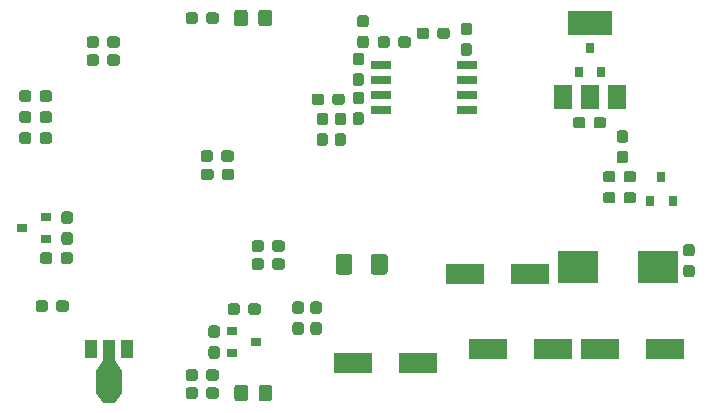
<source format=gbr>
G04 #@! TF.GenerationSoftware,KiCad,Pcbnew,5.1.5+dfsg1-2build2*
G04 #@! TF.CreationDate,2022-06-14T14:03:14+02:00*
G04 #@! TF.ProjectId,model1,6d6f6465-6c31-42e6-9b69-6361645f7063,rev?*
G04 #@! TF.SameCoordinates,Original*
G04 #@! TF.FileFunction,Paste,Top*
G04 #@! TF.FilePolarity,Positive*
%FSLAX46Y46*%
G04 Gerber Fmt 4.6, Leading zero omitted, Abs format (unit mm)*
G04 Created by KiCad (PCBNEW 5.1.5+dfsg1-2build2) date 2022-06-14 14:03:14*
%MOMM*%
%LPD*%
G04 APERTURE LIST*
%ADD10C,0.100000*%
%ADD11R,3.300000X1.700000*%
%ADD12R,1.500000X2.000000*%
%ADD13R,3.800000X2.000000*%
%ADD14R,3.500000X2.700000*%
%ADD15R,0.900000X0.800000*%
%ADD16R,0.800000X0.900000*%
%ADD17R,1.700000X0.650000*%
%ADD18R,1.000000X1.500000*%
%ADD19R,1.000000X1.800000*%
%ADD20R,2.200000X1.840000*%
G04 APERTURE END LIST*
D10*
G36*
X72656779Y-52949144D02*
G01*
X72679834Y-52952563D01*
X72702443Y-52958227D01*
X72724387Y-52966079D01*
X72745457Y-52976044D01*
X72765448Y-52988026D01*
X72784168Y-53001910D01*
X72801438Y-53017562D01*
X72817090Y-53034832D01*
X72830974Y-53053552D01*
X72842956Y-53073543D01*
X72852921Y-53094613D01*
X72860773Y-53116557D01*
X72866437Y-53139166D01*
X72869856Y-53162221D01*
X72871000Y-53185500D01*
X72871000Y-53760500D01*
X72869856Y-53783779D01*
X72866437Y-53806834D01*
X72860773Y-53829443D01*
X72852921Y-53851387D01*
X72842956Y-53872457D01*
X72830974Y-53892448D01*
X72817090Y-53911168D01*
X72801438Y-53928438D01*
X72784168Y-53944090D01*
X72765448Y-53957974D01*
X72745457Y-53969956D01*
X72724387Y-53979921D01*
X72702443Y-53987773D01*
X72679834Y-53993437D01*
X72656779Y-53996856D01*
X72633500Y-53998000D01*
X72158500Y-53998000D01*
X72135221Y-53996856D01*
X72112166Y-53993437D01*
X72089557Y-53987773D01*
X72067613Y-53979921D01*
X72046543Y-53969956D01*
X72026552Y-53957974D01*
X72007832Y-53944090D01*
X71990562Y-53928438D01*
X71974910Y-53911168D01*
X71961026Y-53892448D01*
X71949044Y-53872457D01*
X71939079Y-53851387D01*
X71931227Y-53829443D01*
X71925563Y-53806834D01*
X71922144Y-53783779D01*
X71921000Y-53760500D01*
X71921000Y-53185500D01*
X71922144Y-53162221D01*
X71925563Y-53139166D01*
X71931227Y-53116557D01*
X71939079Y-53094613D01*
X71949044Y-53073543D01*
X71961026Y-53053552D01*
X71974910Y-53034832D01*
X71990562Y-53017562D01*
X72007832Y-53001910D01*
X72026552Y-52988026D01*
X72046543Y-52976044D01*
X72067613Y-52966079D01*
X72089557Y-52958227D01*
X72112166Y-52952563D01*
X72135221Y-52949144D01*
X72158500Y-52948000D01*
X72633500Y-52948000D01*
X72656779Y-52949144D01*
G37*
G36*
X72656779Y-51199144D02*
G01*
X72679834Y-51202563D01*
X72702443Y-51208227D01*
X72724387Y-51216079D01*
X72745457Y-51226044D01*
X72765448Y-51238026D01*
X72784168Y-51251910D01*
X72801438Y-51267562D01*
X72817090Y-51284832D01*
X72830974Y-51303552D01*
X72842956Y-51323543D01*
X72852921Y-51344613D01*
X72860773Y-51366557D01*
X72866437Y-51389166D01*
X72869856Y-51412221D01*
X72871000Y-51435500D01*
X72871000Y-52010500D01*
X72869856Y-52033779D01*
X72866437Y-52056834D01*
X72860773Y-52079443D01*
X72852921Y-52101387D01*
X72842956Y-52122457D01*
X72830974Y-52142448D01*
X72817090Y-52161168D01*
X72801438Y-52178438D01*
X72784168Y-52194090D01*
X72765448Y-52207974D01*
X72745457Y-52219956D01*
X72724387Y-52229921D01*
X72702443Y-52237773D01*
X72679834Y-52243437D01*
X72656779Y-52246856D01*
X72633500Y-52248000D01*
X72158500Y-52248000D01*
X72135221Y-52246856D01*
X72112166Y-52243437D01*
X72089557Y-52237773D01*
X72067613Y-52229921D01*
X72046543Y-52219956D01*
X72026552Y-52207974D01*
X72007832Y-52194090D01*
X71990562Y-52178438D01*
X71974910Y-52161168D01*
X71961026Y-52142448D01*
X71949044Y-52122457D01*
X71939079Y-52101387D01*
X71931227Y-52079443D01*
X71925563Y-52056834D01*
X71922144Y-52033779D01*
X71921000Y-52010500D01*
X71921000Y-51435500D01*
X71922144Y-51412221D01*
X71925563Y-51389166D01*
X71931227Y-51366557D01*
X71939079Y-51344613D01*
X71949044Y-51323543D01*
X71961026Y-51303552D01*
X71974910Y-51284832D01*
X71990562Y-51267562D01*
X72007832Y-51251910D01*
X72026552Y-51238026D01*
X72046543Y-51226044D01*
X72067613Y-51216079D01*
X72089557Y-51208227D01*
X72112166Y-51202563D01*
X72135221Y-51199144D01*
X72158500Y-51198000D01*
X72633500Y-51198000D01*
X72656779Y-51199144D01*
G37*
G36*
X74662569Y-68226201D02*
G01*
X74686776Y-68229792D01*
X74710515Y-68235738D01*
X74733557Y-68243982D01*
X74755680Y-68254446D01*
X74776671Y-68267027D01*
X74796327Y-68281605D01*
X74814460Y-68298040D01*
X74830895Y-68316173D01*
X74845473Y-68335829D01*
X74858054Y-68356820D01*
X74868518Y-68378943D01*
X74876762Y-68401985D01*
X74882708Y-68425724D01*
X74886299Y-68449931D01*
X74887500Y-68474374D01*
X74887500Y-69725626D01*
X74886299Y-69750069D01*
X74882708Y-69774276D01*
X74876762Y-69798015D01*
X74868518Y-69821057D01*
X74858054Y-69843180D01*
X74845473Y-69864171D01*
X74830895Y-69883827D01*
X74814460Y-69901960D01*
X74796327Y-69918395D01*
X74776671Y-69932973D01*
X74755680Y-69945554D01*
X74733557Y-69956018D01*
X74710515Y-69964262D01*
X74686776Y-69970208D01*
X74662569Y-69973799D01*
X74638126Y-69975000D01*
X73711874Y-69975000D01*
X73687431Y-69973799D01*
X73663224Y-69970208D01*
X73639485Y-69964262D01*
X73616443Y-69956018D01*
X73594320Y-69945554D01*
X73573329Y-69932973D01*
X73553673Y-69918395D01*
X73535540Y-69901960D01*
X73519105Y-69883827D01*
X73504527Y-69864171D01*
X73491946Y-69843180D01*
X73481482Y-69821057D01*
X73473238Y-69798015D01*
X73467292Y-69774276D01*
X73463701Y-69750069D01*
X73462500Y-69725626D01*
X73462500Y-68474374D01*
X73463701Y-68449931D01*
X73467292Y-68425724D01*
X73473238Y-68401985D01*
X73481482Y-68378943D01*
X73491946Y-68356820D01*
X73504527Y-68335829D01*
X73519105Y-68316173D01*
X73535540Y-68298040D01*
X73553673Y-68281605D01*
X73573329Y-68267027D01*
X73594320Y-68254446D01*
X73616443Y-68243982D01*
X73639485Y-68235738D01*
X73663224Y-68229792D01*
X73687431Y-68226201D01*
X73711874Y-68225000D01*
X74638126Y-68225000D01*
X74662569Y-68226201D01*
G37*
G36*
X71687569Y-68226201D02*
G01*
X71711776Y-68229792D01*
X71735515Y-68235738D01*
X71758557Y-68243982D01*
X71780680Y-68254446D01*
X71801671Y-68267027D01*
X71821327Y-68281605D01*
X71839460Y-68298040D01*
X71855895Y-68316173D01*
X71870473Y-68335829D01*
X71883054Y-68356820D01*
X71893518Y-68378943D01*
X71901762Y-68401985D01*
X71907708Y-68425724D01*
X71911299Y-68449931D01*
X71912500Y-68474374D01*
X71912500Y-69725626D01*
X71911299Y-69750069D01*
X71907708Y-69774276D01*
X71901762Y-69798015D01*
X71893518Y-69821057D01*
X71883054Y-69843180D01*
X71870473Y-69864171D01*
X71855895Y-69883827D01*
X71839460Y-69901960D01*
X71821327Y-69918395D01*
X71801671Y-69932973D01*
X71780680Y-69945554D01*
X71758557Y-69956018D01*
X71735515Y-69964262D01*
X71711776Y-69970208D01*
X71687569Y-69973799D01*
X71663126Y-69975000D01*
X70736874Y-69975000D01*
X70712431Y-69973799D01*
X70688224Y-69970208D01*
X70664485Y-69964262D01*
X70641443Y-69956018D01*
X70619320Y-69945554D01*
X70598329Y-69932973D01*
X70578673Y-69918395D01*
X70560540Y-69901960D01*
X70544105Y-69883827D01*
X70529527Y-69864171D01*
X70516946Y-69843180D01*
X70506482Y-69821057D01*
X70498238Y-69798015D01*
X70492292Y-69774276D01*
X70488701Y-69750069D01*
X70487500Y-69725626D01*
X70487500Y-68474374D01*
X70488701Y-68449931D01*
X70492292Y-68425724D01*
X70498238Y-68401985D01*
X70506482Y-68378943D01*
X70516946Y-68356820D01*
X70529527Y-68335829D01*
X70544105Y-68316173D01*
X70560540Y-68298040D01*
X70578673Y-68281605D01*
X70598329Y-68267027D01*
X70619320Y-68254446D01*
X70641443Y-68243982D01*
X70664485Y-68235738D01*
X70688224Y-68229792D01*
X70712431Y-68226201D01*
X70736874Y-68225000D01*
X71663126Y-68225000D01*
X71687569Y-68226201D01*
G37*
G36*
X81800779Y-48659144D02*
G01*
X81823834Y-48662563D01*
X81846443Y-48668227D01*
X81868387Y-48676079D01*
X81889457Y-48686044D01*
X81909448Y-48698026D01*
X81928168Y-48711910D01*
X81945438Y-48727562D01*
X81961090Y-48744832D01*
X81974974Y-48763552D01*
X81986956Y-48783543D01*
X81996921Y-48804613D01*
X82004773Y-48826557D01*
X82010437Y-48849166D01*
X82013856Y-48872221D01*
X82015000Y-48895500D01*
X82015000Y-49470500D01*
X82013856Y-49493779D01*
X82010437Y-49516834D01*
X82004773Y-49539443D01*
X81996921Y-49561387D01*
X81986956Y-49582457D01*
X81974974Y-49602448D01*
X81961090Y-49621168D01*
X81945438Y-49638438D01*
X81928168Y-49654090D01*
X81909448Y-49667974D01*
X81889457Y-49679956D01*
X81868387Y-49689921D01*
X81846443Y-49697773D01*
X81823834Y-49703437D01*
X81800779Y-49706856D01*
X81777500Y-49708000D01*
X81302500Y-49708000D01*
X81279221Y-49706856D01*
X81256166Y-49703437D01*
X81233557Y-49697773D01*
X81211613Y-49689921D01*
X81190543Y-49679956D01*
X81170552Y-49667974D01*
X81151832Y-49654090D01*
X81134562Y-49638438D01*
X81118910Y-49621168D01*
X81105026Y-49602448D01*
X81093044Y-49582457D01*
X81083079Y-49561387D01*
X81075227Y-49539443D01*
X81069563Y-49516834D01*
X81066144Y-49493779D01*
X81065000Y-49470500D01*
X81065000Y-48895500D01*
X81066144Y-48872221D01*
X81069563Y-48849166D01*
X81075227Y-48826557D01*
X81083079Y-48804613D01*
X81093044Y-48783543D01*
X81105026Y-48763552D01*
X81118910Y-48744832D01*
X81134562Y-48727562D01*
X81151832Y-48711910D01*
X81170552Y-48698026D01*
X81190543Y-48686044D01*
X81211613Y-48676079D01*
X81233557Y-48668227D01*
X81256166Y-48662563D01*
X81279221Y-48659144D01*
X81302500Y-48658000D01*
X81777500Y-48658000D01*
X81800779Y-48659144D01*
G37*
G36*
X81800779Y-50409144D02*
G01*
X81823834Y-50412563D01*
X81846443Y-50418227D01*
X81868387Y-50426079D01*
X81889457Y-50436044D01*
X81909448Y-50448026D01*
X81928168Y-50461910D01*
X81945438Y-50477562D01*
X81961090Y-50494832D01*
X81974974Y-50513552D01*
X81986956Y-50533543D01*
X81996921Y-50554613D01*
X82004773Y-50576557D01*
X82010437Y-50599166D01*
X82013856Y-50622221D01*
X82015000Y-50645500D01*
X82015000Y-51220500D01*
X82013856Y-51243779D01*
X82010437Y-51266834D01*
X82004773Y-51289443D01*
X81996921Y-51311387D01*
X81986956Y-51332457D01*
X81974974Y-51352448D01*
X81961090Y-51371168D01*
X81945438Y-51388438D01*
X81928168Y-51404090D01*
X81909448Y-51417974D01*
X81889457Y-51429956D01*
X81868387Y-51439921D01*
X81846443Y-51447773D01*
X81823834Y-51453437D01*
X81800779Y-51456856D01*
X81777500Y-51458000D01*
X81302500Y-51458000D01*
X81279221Y-51456856D01*
X81256166Y-51453437D01*
X81233557Y-51447773D01*
X81211613Y-51439921D01*
X81190543Y-51429956D01*
X81170552Y-51417974D01*
X81151832Y-51404090D01*
X81134562Y-51388438D01*
X81118910Y-51371168D01*
X81105026Y-51352448D01*
X81093044Y-51332457D01*
X81083079Y-51311387D01*
X81075227Y-51289443D01*
X81069563Y-51266834D01*
X81066144Y-51243779D01*
X81065000Y-51220500D01*
X81065000Y-50645500D01*
X81066144Y-50622221D01*
X81069563Y-50599166D01*
X81075227Y-50576557D01*
X81083079Y-50554613D01*
X81093044Y-50533543D01*
X81105026Y-50513552D01*
X81118910Y-50494832D01*
X81134562Y-50477562D01*
X81151832Y-50461910D01*
X81170552Y-50448026D01*
X81190543Y-50436044D01*
X81211613Y-50426079D01*
X81233557Y-50418227D01*
X81256166Y-50412563D01*
X81279221Y-50409144D01*
X81302500Y-50408000D01*
X81777500Y-50408000D01*
X81800779Y-50409144D01*
G37*
D11*
X98411000Y-76311000D03*
X92911000Y-76311000D03*
D12*
X89741000Y-54969000D03*
X94341000Y-54969000D03*
X92041000Y-54969000D03*
D13*
X92041000Y-48669000D03*
D10*
G36*
X44520779Y-56168144D02*
G01*
X44543834Y-56171563D01*
X44566443Y-56177227D01*
X44588387Y-56185079D01*
X44609457Y-56195044D01*
X44629448Y-56207026D01*
X44648168Y-56220910D01*
X44665438Y-56236562D01*
X44681090Y-56253832D01*
X44694974Y-56272552D01*
X44706956Y-56292543D01*
X44716921Y-56313613D01*
X44724773Y-56335557D01*
X44730437Y-56358166D01*
X44733856Y-56381221D01*
X44735000Y-56404500D01*
X44735000Y-56879500D01*
X44733856Y-56902779D01*
X44730437Y-56925834D01*
X44724773Y-56948443D01*
X44716921Y-56970387D01*
X44706956Y-56991457D01*
X44694974Y-57011448D01*
X44681090Y-57030168D01*
X44665438Y-57047438D01*
X44648168Y-57063090D01*
X44629448Y-57076974D01*
X44609457Y-57088956D01*
X44588387Y-57098921D01*
X44566443Y-57106773D01*
X44543834Y-57112437D01*
X44520779Y-57115856D01*
X44497500Y-57117000D01*
X43922500Y-57117000D01*
X43899221Y-57115856D01*
X43876166Y-57112437D01*
X43853557Y-57106773D01*
X43831613Y-57098921D01*
X43810543Y-57088956D01*
X43790552Y-57076974D01*
X43771832Y-57063090D01*
X43754562Y-57047438D01*
X43738910Y-57030168D01*
X43725026Y-57011448D01*
X43713044Y-56991457D01*
X43703079Y-56970387D01*
X43695227Y-56948443D01*
X43689563Y-56925834D01*
X43686144Y-56902779D01*
X43685000Y-56879500D01*
X43685000Y-56404500D01*
X43686144Y-56381221D01*
X43689563Y-56358166D01*
X43695227Y-56335557D01*
X43703079Y-56313613D01*
X43713044Y-56292543D01*
X43725026Y-56272552D01*
X43738910Y-56253832D01*
X43754562Y-56236562D01*
X43771832Y-56220910D01*
X43790552Y-56207026D01*
X43810543Y-56195044D01*
X43831613Y-56185079D01*
X43853557Y-56177227D01*
X43876166Y-56171563D01*
X43899221Y-56168144D01*
X43922500Y-56167000D01*
X44497500Y-56167000D01*
X44520779Y-56168144D01*
G37*
G36*
X46270779Y-56168144D02*
G01*
X46293834Y-56171563D01*
X46316443Y-56177227D01*
X46338387Y-56185079D01*
X46359457Y-56195044D01*
X46379448Y-56207026D01*
X46398168Y-56220910D01*
X46415438Y-56236562D01*
X46431090Y-56253832D01*
X46444974Y-56272552D01*
X46456956Y-56292543D01*
X46466921Y-56313613D01*
X46474773Y-56335557D01*
X46480437Y-56358166D01*
X46483856Y-56381221D01*
X46485000Y-56404500D01*
X46485000Y-56879500D01*
X46483856Y-56902779D01*
X46480437Y-56925834D01*
X46474773Y-56948443D01*
X46466921Y-56970387D01*
X46456956Y-56991457D01*
X46444974Y-57011448D01*
X46431090Y-57030168D01*
X46415438Y-57047438D01*
X46398168Y-57063090D01*
X46379448Y-57076974D01*
X46359457Y-57088956D01*
X46338387Y-57098921D01*
X46316443Y-57106773D01*
X46293834Y-57112437D01*
X46270779Y-57115856D01*
X46247500Y-57117000D01*
X45672500Y-57117000D01*
X45649221Y-57115856D01*
X45626166Y-57112437D01*
X45603557Y-57106773D01*
X45581613Y-57098921D01*
X45560543Y-57088956D01*
X45540552Y-57076974D01*
X45521832Y-57063090D01*
X45504562Y-57047438D01*
X45488910Y-57030168D01*
X45475026Y-57011448D01*
X45463044Y-56991457D01*
X45453079Y-56970387D01*
X45445227Y-56948443D01*
X45439563Y-56925834D01*
X45436144Y-56902779D01*
X45435000Y-56879500D01*
X45435000Y-56404500D01*
X45436144Y-56381221D01*
X45439563Y-56358166D01*
X45445227Y-56335557D01*
X45453079Y-56313613D01*
X45463044Y-56292543D01*
X45475026Y-56272552D01*
X45488910Y-56253832D01*
X45504562Y-56236562D01*
X45521832Y-56220910D01*
X45540552Y-56207026D01*
X45560543Y-56195044D01*
X45581613Y-56185079D01*
X45603557Y-56177227D01*
X45626166Y-56171563D01*
X45649221Y-56168144D01*
X45672500Y-56167000D01*
X46247500Y-56167000D01*
X46270779Y-56168144D01*
G37*
G36*
X44520779Y-54390144D02*
G01*
X44543834Y-54393563D01*
X44566443Y-54399227D01*
X44588387Y-54407079D01*
X44609457Y-54417044D01*
X44629448Y-54429026D01*
X44648168Y-54442910D01*
X44665438Y-54458562D01*
X44681090Y-54475832D01*
X44694974Y-54494552D01*
X44706956Y-54514543D01*
X44716921Y-54535613D01*
X44724773Y-54557557D01*
X44730437Y-54580166D01*
X44733856Y-54603221D01*
X44735000Y-54626500D01*
X44735000Y-55101500D01*
X44733856Y-55124779D01*
X44730437Y-55147834D01*
X44724773Y-55170443D01*
X44716921Y-55192387D01*
X44706956Y-55213457D01*
X44694974Y-55233448D01*
X44681090Y-55252168D01*
X44665438Y-55269438D01*
X44648168Y-55285090D01*
X44629448Y-55298974D01*
X44609457Y-55310956D01*
X44588387Y-55320921D01*
X44566443Y-55328773D01*
X44543834Y-55334437D01*
X44520779Y-55337856D01*
X44497500Y-55339000D01*
X43922500Y-55339000D01*
X43899221Y-55337856D01*
X43876166Y-55334437D01*
X43853557Y-55328773D01*
X43831613Y-55320921D01*
X43810543Y-55310956D01*
X43790552Y-55298974D01*
X43771832Y-55285090D01*
X43754562Y-55269438D01*
X43738910Y-55252168D01*
X43725026Y-55233448D01*
X43713044Y-55213457D01*
X43703079Y-55192387D01*
X43695227Y-55170443D01*
X43689563Y-55147834D01*
X43686144Y-55124779D01*
X43685000Y-55101500D01*
X43685000Y-54626500D01*
X43686144Y-54603221D01*
X43689563Y-54580166D01*
X43695227Y-54557557D01*
X43703079Y-54535613D01*
X43713044Y-54514543D01*
X43725026Y-54494552D01*
X43738910Y-54475832D01*
X43754562Y-54458562D01*
X43771832Y-54442910D01*
X43790552Y-54429026D01*
X43810543Y-54417044D01*
X43831613Y-54407079D01*
X43853557Y-54399227D01*
X43876166Y-54393563D01*
X43899221Y-54390144D01*
X43922500Y-54389000D01*
X44497500Y-54389000D01*
X44520779Y-54390144D01*
G37*
G36*
X46270779Y-54390144D02*
G01*
X46293834Y-54393563D01*
X46316443Y-54399227D01*
X46338387Y-54407079D01*
X46359457Y-54417044D01*
X46379448Y-54429026D01*
X46398168Y-54442910D01*
X46415438Y-54458562D01*
X46431090Y-54475832D01*
X46444974Y-54494552D01*
X46456956Y-54514543D01*
X46466921Y-54535613D01*
X46474773Y-54557557D01*
X46480437Y-54580166D01*
X46483856Y-54603221D01*
X46485000Y-54626500D01*
X46485000Y-55101500D01*
X46483856Y-55124779D01*
X46480437Y-55147834D01*
X46474773Y-55170443D01*
X46466921Y-55192387D01*
X46456956Y-55213457D01*
X46444974Y-55233448D01*
X46431090Y-55252168D01*
X46415438Y-55269438D01*
X46398168Y-55285090D01*
X46379448Y-55298974D01*
X46359457Y-55310956D01*
X46338387Y-55320921D01*
X46316443Y-55328773D01*
X46293834Y-55334437D01*
X46270779Y-55337856D01*
X46247500Y-55339000D01*
X45672500Y-55339000D01*
X45649221Y-55337856D01*
X45626166Y-55334437D01*
X45603557Y-55328773D01*
X45581613Y-55320921D01*
X45560543Y-55310956D01*
X45540552Y-55298974D01*
X45521832Y-55285090D01*
X45504562Y-55269438D01*
X45488910Y-55252168D01*
X45475026Y-55233448D01*
X45463044Y-55213457D01*
X45453079Y-55192387D01*
X45445227Y-55170443D01*
X45439563Y-55147834D01*
X45436144Y-55124779D01*
X45435000Y-55101500D01*
X45435000Y-54626500D01*
X45436144Y-54603221D01*
X45439563Y-54580166D01*
X45445227Y-54557557D01*
X45453079Y-54535613D01*
X45463044Y-54514543D01*
X45475026Y-54494552D01*
X45488910Y-54475832D01*
X45504562Y-54458562D01*
X45521832Y-54442910D01*
X45540552Y-54429026D01*
X45560543Y-54417044D01*
X45581613Y-54407079D01*
X45603557Y-54399227D01*
X45626166Y-54393563D01*
X45649221Y-54390144D01*
X45672500Y-54389000D01*
X46247500Y-54389000D01*
X46270779Y-54390144D01*
G37*
G36*
X74873779Y-49818144D02*
G01*
X74896834Y-49821563D01*
X74919443Y-49827227D01*
X74941387Y-49835079D01*
X74962457Y-49845044D01*
X74982448Y-49857026D01*
X75001168Y-49870910D01*
X75018438Y-49886562D01*
X75034090Y-49903832D01*
X75047974Y-49922552D01*
X75059956Y-49942543D01*
X75069921Y-49963613D01*
X75077773Y-49985557D01*
X75083437Y-50008166D01*
X75086856Y-50031221D01*
X75088000Y-50054500D01*
X75088000Y-50529500D01*
X75086856Y-50552779D01*
X75083437Y-50575834D01*
X75077773Y-50598443D01*
X75069921Y-50620387D01*
X75059956Y-50641457D01*
X75047974Y-50661448D01*
X75034090Y-50680168D01*
X75018438Y-50697438D01*
X75001168Y-50713090D01*
X74982448Y-50726974D01*
X74962457Y-50738956D01*
X74941387Y-50748921D01*
X74919443Y-50756773D01*
X74896834Y-50762437D01*
X74873779Y-50765856D01*
X74850500Y-50767000D01*
X74275500Y-50767000D01*
X74252221Y-50765856D01*
X74229166Y-50762437D01*
X74206557Y-50756773D01*
X74184613Y-50748921D01*
X74163543Y-50738956D01*
X74143552Y-50726974D01*
X74124832Y-50713090D01*
X74107562Y-50697438D01*
X74091910Y-50680168D01*
X74078026Y-50661448D01*
X74066044Y-50641457D01*
X74056079Y-50620387D01*
X74048227Y-50598443D01*
X74042563Y-50575834D01*
X74039144Y-50552779D01*
X74038000Y-50529500D01*
X74038000Y-50054500D01*
X74039144Y-50031221D01*
X74042563Y-50008166D01*
X74048227Y-49985557D01*
X74056079Y-49963613D01*
X74066044Y-49942543D01*
X74078026Y-49922552D01*
X74091910Y-49903832D01*
X74107562Y-49886562D01*
X74124832Y-49870910D01*
X74143552Y-49857026D01*
X74163543Y-49845044D01*
X74184613Y-49835079D01*
X74206557Y-49827227D01*
X74229166Y-49821563D01*
X74252221Y-49818144D01*
X74275500Y-49817000D01*
X74850500Y-49817000D01*
X74873779Y-49818144D01*
G37*
G36*
X76623779Y-49818144D02*
G01*
X76646834Y-49821563D01*
X76669443Y-49827227D01*
X76691387Y-49835079D01*
X76712457Y-49845044D01*
X76732448Y-49857026D01*
X76751168Y-49870910D01*
X76768438Y-49886562D01*
X76784090Y-49903832D01*
X76797974Y-49922552D01*
X76809956Y-49942543D01*
X76819921Y-49963613D01*
X76827773Y-49985557D01*
X76833437Y-50008166D01*
X76836856Y-50031221D01*
X76838000Y-50054500D01*
X76838000Y-50529500D01*
X76836856Y-50552779D01*
X76833437Y-50575834D01*
X76827773Y-50598443D01*
X76819921Y-50620387D01*
X76809956Y-50641457D01*
X76797974Y-50661448D01*
X76784090Y-50680168D01*
X76768438Y-50697438D01*
X76751168Y-50713090D01*
X76732448Y-50726974D01*
X76712457Y-50738956D01*
X76691387Y-50748921D01*
X76669443Y-50756773D01*
X76646834Y-50762437D01*
X76623779Y-50765856D01*
X76600500Y-50767000D01*
X76025500Y-50767000D01*
X76002221Y-50765856D01*
X75979166Y-50762437D01*
X75956557Y-50756773D01*
X75934613Y-50748921D01*
X75913543Y-50738956D01*
X75893552Y-50726974D01*
X75874832Y-50713090D01*
X75857562Y-50697438D01*
X75841910Y-50680168D01*
X75828026Y-50661448D01*
X75816044Y-50641457D01*
X75806079Y-50620387D01*
X75798227Y-50598443D01*
X75792563Y-50575834D01*
X75789144Y-50552779D01*
X75788000Y-50529500D01*
X75788000Y-50054500D01*
X75789144Y-50031221D01*
X75792563Y-50008166D01*
X75798227Y-49985557D01*
X75806079Y-49963613D01*
X75816044Y-49942543D01*
X75828026Y-49922552D01*
X75841910Y-49903832D01*
X75857562Y-49886562D01*
X75874832Y-49870910D01*
X75893552Y-49857026D01*
X75913543Y-49845044D01*
X75934613Y-49835079D01*
X75956557Y-49827227D01*
X75979166Y-49821563D01*
X76002221Y-49818144D01*
X76025500Y-49817000D01*
X76600500Y-49817000D01*
X76623779Y-49818144D01*
G37*
G36*
X64205779Y-67090144D02*
G01*
X64228834Y-67093563D01*
X64251443Y-67099227D01*
X64273387Y-67107079D01*
X64294457Y-67117044D01*
X64314448Y-67129026D01*
X64333168Y-67142910D01*
X64350438Y-67158562D01*
X64366090Y-67175832D01*
X64379974Y-67194552D01*
X64391956Y-67214543D01*
X64401921Y-67235613D01*
X64409773Y-67257557D01*
X64415437Y-67280166D01*
X64418856Y-67303221D01*
X64420000Y-67326500D01*
X64420000Y-67801500D01*
X64418856Y-67824779D01*
X64415437Y-67847834D01*
X64409773Y-67870443D01*
X64401921Y-67892387D01*
X64391956Y-67913457D01*
X64379974Y-67933448D01*
X64366090Y-67952168D01*
X64350438Y-67969438D01*
X64333168Y-67985090D01*
X64314448Y-67998974D01*
X64294457Y-68010956D01*
X64273387Y-68020921D01*
X64251443Y-68028773D01*
X64228834Y-68034437D01*
X64205779Y-68037856D01*
X64182500Y-68039000D01*
X63607500Y-68039000D01*
X63584221Y-68037856D01*
X63561166Y-68034437D01*
X63538557Y-68028773D01*
X63516613Y-68020921D01*
X63495543Y-68010956D01*
X63475552Y-67998974D01*
X63456832Y-67985090D01*
X63439562Y-67969438D01*
X63423910Y-67952168D01*
X63410026Y-67933448D01*
X63398044Y-67913457D01*
X63388079Y-67892387D01*
X63380227Y-67870443D01*
X63374563Y-67847834D01*
X63371144Y-67824779D01*
X63370000Y-67801500D01*
X63370000Y-67326500D01*
X63371144Y-67303221D01*
X63374563Y-67280166D01*
X63380227Y-67257557D01*
X63388079Y-67235613D01*
X63398044Y-67214543D01*
X63410026Y-67194552D01*
X63423910Y-67175832D01*
X63439562Y-67158562D01*
X63456832Y-67142910D01*
X63475552Y-67129026D01*
X63495543Y-67117044D01*
X63516613Y-67107079D01*
X63538557Y-67099227D01*
X63561166Y-67093563D01*
X63584221Y-67090144D01*
X63607500Y-67089000D01*
X64182500Y-67089000D01*
X64205779Y-67090144D01*
G37*
G36*
X65955779Y-67090144D02*
G01*
X65978834Y-67093563D01*
X66001443Y-67099227D01*
X66023387Y-67107079D01*
X66044457Y-67117044D01*
X66064448Y-67129026D01*
X66083168Y-67142910D01*
X66100438Y-67158562D01*
X66116090Y-67175832D01*
X66129974Y-67194552D01*
X66141956Y-67214543D01*
X66151921Y-67235613D01*
X66159773Y-67257557D01*
X66165437Y-67280166D01*
X66168856Y-67303221D01*
X66170000Y-67326500D01*
X66170000Y-67801500D01*
X66168856Y-67824779D01*
X66165437Y-67847834D01*
X66159773Y-67870443D01*
X66151921Y-67892387D01*
X66141956Y-67913457D01*
X66129974Y-67933448D01*
X66116090Y-67952168D01*
X66100438Y-67969438D01*
X66083168Y-67985090D01*
X66064448Y-67998974D01*
X66044457Y-68010956D01*
X66023387Y-68020921D01*
X66001443Y-68028773D01*
X65978834Y-68034437D01*
X65955779Y-68037856D01*
X65932500Y-68039000D01*
X65357500Y-68039000D01*
X65334221Y-68037856D01*
X65311166Y-68034437D01*
X65288557Y-68028773D01*
X65266613Y-68020921D01*
X65245543Y-68010956D01*
X65225552Y-67998974D01*
X65206832Y-67985090D01*
X65189562Y-67969438D01*
X65173910Y-67952168D01*
X65160026Y-67933448D01*
X65148044Y-67913457D01*
X65138079Y-67892387D01*
X65130227Y-67870443D01*
X65124563Y-67847834D01*
X65121144Y-67824779D01*
X65120000Y-67801500D01*
X65120000Y-67326500D01*
X65121144Y-67303221D01*
X65124563Y-67280166D01*
X65130227Y-67257557D01*
X65138079Y-67235613D01*
X65148044Y-67214543D01*
X65160026Y-67194552D01*
X65173910Y-67175832D01*
X65189562Y-67158562D01*
X65206832Y-67142910D01*
X65225552Y-67129026D01*
X65245543Y-67117044D01*
X65266613Y-67107079D01*
X65288557Y-67099227D01*
X65311166Y-67093563D01*
X65334221Y-67090144D01*
X65357500Y-67089000D01*
X65932500Y-67089000D01*
X65955779Y-67090144D01*
G37*
G36*
X64205779Y-68614144D02*
G01*
X64228834Y-68617563D01*
X64251443Y-68623227D01*
X64273387Y-68631079D01*
X64294457Y-68641044D01*
X64314448Y-68653026D01*
X64333168Y-68666910D01*
X64350438Y-68682562D01*
X64366090Y-68699832D01*
X64379974Y-68718552D01*
X64391956Y-68738543D01*
X64401921Y-68759613D01*
X64409773Y-68781557D01*
X64415437Y-68804166D01*
X64418856Y-68827221D01*
X64420000Y-68850500D01*
X64420000Y-69325500D01*
X64418856Y-69348779D01*
X64415437Y-69371834D01*
X64409773Y-69394443D01*
X64401921Y-69416387D01*
X64391956Y-69437457D01*
X64379974Y-69457448D01*
X64366090Y-69476168D01*
X64350438Y-69493438D01*
X64333168Y-69509090D01*
X64314448Y-69522974D01*
X64294457Y-69534956D01*
X64273387Y-69544921D01*
X64251443Y-69552773D01*
X64228834Y-69558437D01*
X64205779Y-69561856D01*
X64182500Y-69563000D01*
X63607500Y-69563000D01*
X63584221Y-69561856D01*
X63561166Y-69558437D01*
X63538557Y-69552773D01*
X63516613Y-69544921D01*
X63495543Y-69534956D01*
X63475552Y-69522974D01*
X63456832Y-69509090D01*
X63439562Y-69493438D01*
X63423910Y-69476168D01*
X63410026Y-69457448D01*
X63398044Y-69437457D01*
X63388079Y-69416387D01*
X63380227Y-69394443D01*
X63374563Y-69371834D01*
X63371144Y-69348779D01*
X63370000Y-69325500D01*
X63370000Y-68850500D01*
X63371144Y-68827221D01*
X63374563Y-68804166D01*
X63380227Y-68781557D01*
X63388079Y-68759613D01*
X63398044Y-68738543D01*
X63410026Y-68718552D01*
X63423910Y-68699832D01*
X63439562Y-68682562D01*
X63456832Y-68666910D01*
X63475552Y-68653026D01*
X63495543Y-68641044D01*
X63516613Y-68631079D01*
X63538557Y-68623227D01*
X63561166Y-68617563D01*
X63584221Y-68614144D01*
X63607500Y-68613000D01*
X64182500Y-68613000D01*
X64205779Y-68614144D01*
G37*
G36*
X65955779Y-68614144D02*
G01*
X65978834Y-68617563D01*
X66001443Y-68623227D01*
X66023387Y-68631079D01*
X66044457Y-68641044D01*
X66064448Y-68653026D01*
X66083168Y-68666910D01*
X66100438Y-68682562D01*
X66116090Y-68699832D01*
X66129974Y-68718552D01*
X66141956Y-68738543D01*
X66151921Y-68759613D01*
X66159773Y-68781557D01*
X66165437Y-68804166D01*
X66168856Y-68827221D01*
X66170000Y-68850500D01*
X66170000Y-69325500D01*
X66168856Y-69348779D01*
X66165437Y-69371834D01*
X66159773Y-69394443D01*
X66151921Y-69416387D01*
X66141956Y-69437457D01*
X66129974Y-69457448D01*
X66116090Y-69476168D01*
X66100438Y-69493438D01*
X66083168Y-69509090D01*
X66064448Y-69522974D01*
X66044457Y-69534956D01*
X66023387Y-69544921D01*
X66001443Y-69552773D01*
X65978834Y-69558437D01*
X65955779Y-69561856D01*
X65932500Y-69563000D01*
X65357500Y-69563000D01*
X65334221Y-69561856D01*
X65311166Y-69558437D01*
X65288557Y-69552773D01*
X65266613Y-69544921D01*
X65245543Y-69534956D01*
X65225552Y-69522974D01*
X65206832Y-69509090D01*
X65189562Y-69493438D01*
X65173910Y-69476168D01*
X65160026Y-69457448D01*
X65148044Y-69437457D01*
X65138079Y-69416387D01*
X65130227Y-69394443D01*
X65124563Y-69371834D01*
X65121144Y-69348779D01*
X65120000Y-69325500D01*
X65120000Y-68850500D01*
X65121144Y-68827221D01*
X65124563Y-68804166D01*
X65130227Y-68781557D01*
X65138079Y-68759613D01*
X65148044Y-68738543D01*
X65160026Y-68718552D01*
X65173910Y-68699832D01*
X65189562Y-68682562D01*
X65206832Y-68666910D01*
X65225552Y-68653026D01*
X65245543Y-68641044D01*
X65266613Y-68631079D01*
X65288557Y-68623227D01*
X65311166Y-68617563D01*
X65334221Y-68614144D01*
X65357500Y-68613000D01*
X65932500Y-68613000D01*
X65955779Y-68614144D01*
G37*
G36*
X69608779Y-56279144D02*
G01*
X69631834Y-56282563D01*
X69654443Y-56288227D01*
X69676387Y-56296079D01*
X69697457Y-56306044D01*
X69717448Y-56318026D01*
X69736168Y-56331910D01*
X69753438Y-56347562D01*
X69769090Y-56364832D01*
X69782974Y-56383552D01*
X69794956Y-56403543D01*
X69804921Y-56424613D01*
X69812773Y-56446557D01*
X69818437Y-56469166D01*
X69821856Y-56492221D01*
X69823000Y-56515500D01*
X69823000Y-57090500D01*
X69821856Y-57113779D01*
X69818437Y-57136834D01*
X69812773Y-57159443D01*
X69804921Y-57181387D01*
X69794956Y-57202457D01*
X69782974Y-57222448D01*
X69769090Y-57241168D01*
X69753438Y-57258438D01*
X69736168Y-57274090D01*
X69717448Y-57287974D01*
X69697457Y-57299956D01*
X69676387Y-57309921D01*
X69654443Y-57317773D01*
X69631834Y-57323437D01*
X69608779Y-57326856D01*
X69585500Y-57328000D01*
X69110500Y-57328000D01*
X69087221Y-57326856D01*
X69064166Y-57323437D01*
X69041557Y-57317773D01*
X69019613Y-57309921D01*
X68998543Y-57299956D01*
X68978552Y-57287974D01*
X68959832Y-57274090D01*
X68942562Y-57258438D01*
X68926910Y-57241168D01*
X68913026Y-57222448D01*
X68901044Y-57202457D01*
X68891079Y-57181387D01*
X68883227Y-57159443D01*
X68877563Y-57136834D01*
X68874144Y-57113779D01*
X68873000Y-57090500D01*
X68873000Y-56515500D01*
X68874144Y-56492221D01*
X68877563Y-56469166D01*
X68883227Y-56446557D01*
X68891079Y-56424613D01*
X68901044Y-56403543D01*
X68913026Y-56383552D01*
X68926910Y-56364832D01*
X68942562Y-56347562D01*
X68959832Y-56331910D01*
X68978552Y-56318026D01*
X68998543Y-56306044D01*
X69019613Y-56296079D01*
X69041557Y-56288227D01*
X69064166Y-56282563D01*
X69087221Y-56279144D01*
X69110500Y-56278000D01*
X69585500Y-56278000D01*
X69608779Y-56279144D01*
G37*
G36*
X69608779Y-58029144D02*
G01*
X69631834Y-58032563D01*
X69654443Y-58038227D01*
X69676387Y-58046079D01*
X69697457Y-58056044D01*
X69717448Y-58068026D01*
X69736168Y-58081910D01*
X69753438Y-58097562D01*
X69769090Y-58114832D01*
X69782974Y-58133552D01*
X69794956Y-58153543D01*
X69804921Y-58174613D01*
X69812773Y-58196557D01*
X69818437Y-58219166D01*
X69821856Y-58242221D01*
X69823000Y-58265500D01*
X69823000Y-58840500D01*
X69821856Y-58863779D01*
X69818437Y-58886834D01*
X69812773Y-58909443D01*
X69804921Y-58931387D01*
X69794956Y-58952457D01*
X69782974Y-58972448D01*
X69769090Y-58991168D01*
X69753438Y-59008438D01*
X69736168Y-59024090D01*
X69717448Y-59037974D01*
X69697457Y-59049956D01*
X69676387Y-59059921D01*
X69654443Y-59067773D01*
X69631834Y-59073437D01*
X69608779Y-59076856D01*
X69585500Y-59078000D01*
X69110500Y-59078000D01*
X69087221Y-59076856D01*
X69064166Y-59073437D01*
X69041557Y-59067773D01*
X69019613Y-59059921D01*
X68998543Y-59049956D01*
X68978552Y-59037974D01*
X68959832Y-59024090D01*
X68942562Y-59008438D01*
X68926910Y-58991168D01*
X68913026Y-58972448D01*
X68901044Y-58952457D01*
X68891079Y-58931387D01*
X68883227Y-58909443D01*
X68877563Y-58886834D01*
X68874144Y-58863779D01*
X68873000Y-58840500D01*
X68873000Y-58265500D01*
X68874144Y-58242221D01*
X68877563Y-58219166D01*
X68883227Y-58196557D01*
X68891079Y-58174613D01*
X68901044Y-58153543D01*
X68913026Y-58133552D01*
X68926910Y-58114832D01*
X68942562Y-58097562D01*
X68959832Y-58081910D01*
X68978552Y-58068026D01*
X68998543Y-58056044D01*
X69019613Y-58046079D01*
X69041557Y-58038227D01*
X69064166Y-58032563D01*
X69087221Y-58029144D01*
X69110500Y-58028000D01*
X69585500Y-58028000D01*
X69608779Y-58029144D01*
G37*
G36*
X59887779Y-59470144D02*
G01*
X59910834Y-59473563D01*
X59933443Y-59479227D01*
X59955387Y-59487079D01*
X59976457Y-59497044D01*
X59996448Y-59509026D01*
X60015168Y-59522910D01*
X60032438Y-59538562D01*
X60048090Y-59555832D01*
X60061974Y-59574552D01*
X60073956Y-59594543D01*
X60083921Y-59615613D01*
X60091773Y-59637557D01*
X60097437Y-59660166D01*
X60100856Y-59683221D01*
X60102000Y-59706500D01*
X60102000Y-60181500D01*
X60100856Y-60204779D01*
X60097437Y-60227834D01*
X60091773Y-60250443D01*
X60083921Y-60272387D01*
X60073956Y-60293457D01*
X60061974Y-60313448D01*
X60048090Y-60332168D01*
X60032438Y-60349438D01*
X60015168Y-60365090D01*
X59996448Y-60378974D01*
X59976457Y-60390956D01*
X59955387Y-60400921D01*
X59933443Y-60408773D01*
X59910834Y-60414437D01*
X59887779Y-60417856D01*
X59864500Y-60419000D01*
X59289500Y-60419000D01*
X59266221Y-60417856D01*
X59243166Y-60414437D01*
X59220557Y-60408773D01*
X59198613Y-60400921D01*
X59177543Y-60390956D01*
X59157552Y-60378974D01*
X59138832Y-60365090D01*
X59121562Y-60349438D01*
X59105910Y-60332168D01*
X59092026Y-60313448D01*
X59080044Y-60293457D01*
X59070079Y-60272387D01*
X59062227Y-60250443D01*
X59056563Y-60227834D01*
X59053144Y-60204779D01*
X59052000Y-60181500D01*
X59052000Y-59706500D01*
X59053144Y-59683221D01*
X59056563Y-59660166D01*
X59062227Y-59637557D01*
X59070079Y-59615613D01*
X59080044Y-59594543D01*
X59092026Y-59574552D01*
X59105910Y-59555832D01*
X59121562Y-59538562D01*
X59138832Y-59522910D01*
X59157552Y-59509026D01*
X59177543Y-59497044D01*
X59198613Y-59487079D01*
X59220557Y-59479227D01*
X59243166Y-59473563D01*
X59266221Y-59470144D01*
X59289500Y-59469000D01*
X59864500Y-59469000D01*
X59887779Y-59470144D01*
G37*
G36*
X61637779Y-59470144D02*
G01*
X61660834Y-59473563D01*
X61683443Y-59479227D01*
X61705387Y-59487079D01*
X61726457Y-59497044D01*
X61746448Y-59509026D01*
X61765168Y-59522910D01*
X61782438Y-59538562D01*
X61798090Y-59555832D01*
X61811974Y-59574552D01*
X61823956Y-59594543D01*
X61833921Y-59615613D01*
X61841773Y-59637557D01*
X61847437Y-59660166D01*
X61850856Y-59683221D01*
X61852000Y-59706500D01*
X61852000Y-60181500D01*
X61850856Y-60204779D01*
X61847437Y-60227834D01*
X61841773Y-60250443D01*
X61833921Y-60272387D01*
X61823956Y-60293457D01*
X61811974Y-60313448D01*
X61798090Y-60332168D01*
X61782438Y-60349438D01*
X61765168Y-60365090D01*
X61746448Y-60378974D01*
X61726457Y-60390956D01*
X61705387Y-60400921D01*
X61683443Y-60408773D01*
X61660834Y-60414437D01*
X61637779Y-60417856D01*
X61614500Y-60419000D01*
X61039500Y-60419000D01*
X61016221Y-60417856D01*
X60993166Y-60414437D01*
X60970557Y-60408773D01*
X60948613Y-60400921D01*
X60927543Y-60390956D01*
X60907552Y-60378974D01*
X60888832Y-60365090D01*
X60871562Y-60349438D01*
X60855910Y-60332168D01*
X60842026Y-60313448D01*
X60830044Y-60293457D01*
X60820079Y-60272387D01*
X60812227Y-60250443D01*
X60806563Y-60227834D01*
X60803144Y-60204779D01*
X60802000Y-60181500D01*
X60802000Y-59706500D01*
X60803144Y-59683221D01*
X60806563Y-59660166D01*
X60812227Y-59637557D01*
X60820079Y-59615613D01*
X60830044Y-59594543D01*
X60842026Y-59574552D01*
X60855910Y-59555832D01*
X60871562Y-59538562D01*
X60888832Y-59522910D01*
X60907552Y-59509026D01*
X60927543Y-59497044D01*
X60948613Y-59487079D01*
X60970557Y-59479227D01*
X60993166Y-59473563D01*
X61016221Y-59470144D01*
X61039500Y-59469000D01*
X61614500Y-59469000D01*
X61637779Y-59470144D01*
G37*
G36*
X72656779Y-56251144D02*
G01*
X72679834Y-56254563D01*
X72702443Y-56260227D01*
X72724387Y-56268079D01*
X72745457Y-56278044D01*
X72765448Y-56290026D01*
X72784168Y-56303910D01*
X72801438Y-56319562D01*
X72817090Y-56336832D01*
X72830974Y-56355552D01*
X72842956Y-56375543D01*
X72852921Y-56396613D01*
X72860773Y-56418557D01*
X72866437Y-56441166D01*
X72869856Y-56464221D01*
X72871000Y-56487500D01*
X72871000Y-57062500D01*
X72869856Y-57085779D01*
X72866437Y-57108834D01*
X72860773Y-57131443D01*
X72852921Y-57153387D01*
X72842956Y-57174457D01*
X72830974Y-57194448D01*
X72817090Y-57213168D01*
X72801438Y-57230438D01*
X72784168Y-57246090D01*
X72765448Y-57259974D01*
X72745457Y-57271956D01*
X72724387Y-57281921D01*
X72702443Y-57289773D01*
X72679834Y-57295437D01*
X72656779Y-57298856D01*
X72633500Y-57300000D01*
X72158500Y-57300000D01*
X72135221Y-57298856D01*
X72112166Y-57295437D01*
X72089557Y-57289773D01*
X72067613Y-57281921D01*
X72046543Y-57271956D01*
X72026552Y-57259974D01*
X72007832Y-57246090D01*
X71990562Y-57230438D01*
X71974910Y-57213168D01*
X71961026Y-57194448D01*
X71949044Y-57174457D01*
X71939079Y-57153387D01*
X71931227Y-57131443D01*
X71925563Y-57108834D01*
X71922144Y-57085779D01*
X71921000Y-57062500D01*
X71921000Y-56487500D01*
X71922144Y-56464221D01*
X71925563Y-56441166D01*
X71931227Y-56418557D01*
X71939079Y-56396613D01*
X71949044Y-56375543D01*
X71961026Y-56355552D01*
X71974910Y-56336832D01*
X71990562Y-56319562D01*
X72007832Y-56303910D01*
X72026552Y-56290026D01*
X72046543Y-56278044D01*
X72067613Y-56268079D01*
X72089557Y-56260227D01*
X72112166Y-56254563D01*
X72135221Y-56251144D01*
X72158500Y-56250000D01*
X72633500Y-56250000D01*
X72656779Y-56251144D01*
G37*
G36*
X72656779Y-54501144D02*
G01*
X72679834Y-54504563D01*
X72702443Y-54510227D01*
X72724387Y-54518079D01*
X72745457Y-54528044D01*
X72765448Y-54540026D01*
X72784168Y-54553910D01*
X72801438Y-54569562D01*
X72817090Y-54586832D01*
X72830974Y-54605552D01*
X72842956Y-54625543D01*
X72852921Y-54646613D01*
X72860773Y-54668557D01*
X72866437Y-54691166D01*
X72869856Y-54714221D01*
X72871000Y-54737500D01*
X72871000Y-55312500D01*
X72869856Y-55335779D01*
X72866437Y-55358834D01*
X72860773Y-55381443D01*
X72852921Y-55403387D01*
X72842956Y-55424457D01*
X72830974Y-55444448D01*
X72817090Y-55463168D01*
X72801438Y-55480438D01*
X72784168Y-55496090D01*
X72765448Y-55509974D01*
X72745457Y-55521956D01*
X72724387Y-55531921D01*
X72702443Y-55539773D01*
X72679834Y-55545437D01*
X72656779Y-55548856D01*
X72633500Y-55550000D01*
X72158500Y-55550000D01*
X72135221Y-55548856D01*
X72112166Y-55545437D01*
X72089557Y-55539773D01*
X72067613Y-55531921D01*
X72046543Y-55521956D01*
X72026552Y-55509974D01*
X72007832Y-55496090D01*
X71990562Y-55480438D01*
X71974910Y-55463168D01*
X71961026Y-55444448D01*
X71949044Y-55424457D01*
X71939079Y-55403387D01*
X71931227Y-55381443D01*
X71925563Y-55358834D01*
X71922144Y-55335779D01*
X71921000Y-55312500D01*
X71921000Y-54737500D01*
X71922144Y-54714221D01*
X71925563Y-54691166D01*
X71931227Y-54668557D01*
X71939079Y-54646613D01*
X71949044Y-54625543D01*
X71961026Y-54605552D01*
X71974910Y-54586832D01*
X71990562Y-54569562D01*
X72007832Y-54553910D01*
X72026552Y-54540026D01*
X72046543Y-54528044D01*
X72067613Y-54518079D01*
X72089557Y-54510227D01*
X72112166Y-54504563D01*
X72135221Y-54501144D01*
X72158500Y-54500000D01*
X72633500Y-54500000D01*
X72656779Y-54501144D01*
G37*
G36*
X59935779Y-61026144D02*
G01*
X59958834Y-61029563D01*
X59981443Y-61035227D01*
X60003387Y-61043079D01*
X60024457Y-61053044D01*
X60044448Y-61065026D01*
X60063168Y-61078910D01*
X60080438Y-61094562D01*
X60096090Y-61111832D01*
X60109974Y-61130552D01*
X60121956Y-61150543D01*
X60131921Y-61171613D01*
X60139773Y-61193557D01*
X60145437Y-61216166D01*
X60148856Y-61239221D01*
X60150000Y-61262500D01*
X60150000Y-61737500D01*
X60148856Y-61760779D01*
X60145437Y-61783834D01*
X60139773Y-61806443D01*
X60131921Y-61828387D01*
X60121956Y-61849457D01*
X60109974Y-61869448D01*
X60096090Y-61888168D01*
X60080438Y-61905438D01*
X60063168Y-61921090D01*
X60044448Y-61934974D01*
X60024457Y-61946956D01*
X60003387Y-61956921D01*
X59981443Y-61964773D01*
X59958834Y-61970437D01*
X59935779Y-61973856D01*
X59912500Y-61975000D01*
X59337500Y-61975000D01*
X59314221Y-61973856D01*
X59291166Y-61970437D01*
X59268557Y-61964773D01*
X59246613Y-61956921D01*
X59225543Y-61946956D01*
X59205552Y-61934974D01*
X59186832Y-61921090D01*
X59169562Y-61905438D01*
X59153910Y-61888168D01*
X59140026Y-61869448D01*
X59128044Y-61849457D01*
X59118079Y-61828387D01*
X59110227Y-61806443D01*
X59104563Y-61783834D01*
X59101144Y-61760779D01*
X59100000Y-61737500D01*
X59100000Y-61262500D01*
X59101144Y-61239221D01*
X59104563Y-61216166D01*
X59110227Y-61193557D01*
X59118079Y-61171613D01*
X59128044Y-61150543D01*
X59140026Y-61130552D01*
X59153910Y-61111832D01*
X59169562Y-61094562D01*
X59186832Y-61078910D01*
X59205552Y-61065026D01*
X59225543Y-61053044D01*
X59246613Y-61043079D01*
X59268557Y-61035227D01*
X59291166Y-61029563D01*
X59314221Y-61026144D01*
X59337500Y-61025000D01*
X59912500Y-61025000D01*
X59935779Y-61026144D01*
G37*
G36*
X61685779Y-61026144D02*
G01*
X61708834Y-61029563D01*
X61731443Y-61035227D01*
X61753387Y-61043079D01*
X61774457Y-61053044D01*
X61794448Y-61065026D01*
X61813168Y-61078910D01*
X61830438Y-61094562D01*
X61846090Y-61111832D01*
X61859974Y-61130552D01*
X61871956Y-61150543D01*
X61881921Y-61171613D01*
X61889773Y-61193557D01*
X61895437Y-61216166D01*
X61898856Y-61239221D01*
X61900000Y-61262500D01*
X61900000Y-61737500D01*
X61898856Y-61760779D01*
X61895437Y-61783834D01*
X61889773Y-61806443D01*
X61881921Y-61828387D01*
X61871956Y-61849457D01*
X61859974Y-61869448D01*
X61846090Y-61888168D01*
X61830438Y-61905438D01*
X61813168Y-61921090D01*
X61794448Y-61934974D01*
X61774457Y-61946956D01*
X61753387Y-61956921D01*
X61731443Y-61964773D01*
X61708834Y-61970437D01*
X61685779Y-61973856D01*
X61662500Y-61975000D01*
X61087500Y-61975000D01*
X61064221Y-61973856D01*
X61041166Y-61970437D01*
X61018557Y-61964773D01*
X60996613Y-61956921D01*
X60975543Y-61946956D01*
X60955552Y-61934974D01*
X60936832Y-61921090D01*
X60919562Y-61905438D01*
X60903910Y-61888168D01*
X60890026Y-61869448D01*
X60878044Y-61849457D01*
X60868079Y-61828387D01*
X60860227Y-61806443D01*
X60854563Y-61783834D01*
X60851144Y-61760779D01*
X60850000Y-61737500D01*
X60850000Y-61262500D01*
X60851144Y-61239221D01*
X60854563Y-61216166D01*
X60860227Y-61193557D01*
X60868079Y-61171613D01*
X60878044Y-61150543D01*
X60890026Y-61130552D01*
X60903910Y-61111832D01*
X60919562Y-61094562D01*
X60936832Y-61078910D01*
X60955552Y-61065026D01*
X60975543Y-61053044D01*
X60996613Y-61043079D01*
X61018557Y-61035227D01*
X61041166Y-61029563D01*
X61064221Y-61026144D01*
X61087500Y-61025000D01*
X61662500Y-61025000D01*
X61685779Y-61026144D01*
G37*
G36*
X46270779Y-57946144D02*
G01*
X46293834Y-57949563D01*
X46316443Y-57955227D01*
X46338387Y-57963079D01*
X46359457Y-57973044D01*
X46379448Y-57985026D01*
X46398168Y-57998910D01*
X46415438Y-58014562D01*
X46431090Y-58031832D01*
X46444974Y-58050552D01*
X46456956Y-58070543D01*
X46466921Y-58091613D01*
X46474773Y-58113557D01*
X46480437Y-58136166D01*
X46483856Y-58159221D01*
X46485000Y-58182500D01*
X46485000Y-58657500D01*
X46483856Y-58680779D01*
X46480437Y-58703834D01*
X46474773Y-58726443D01*
X46466921Y-58748387D01*
X46456956Y-58769457D01*
X46444974Y-58789448D01*
X46431090Y-58808168D01*
X46415438Y-58825438D01*
X46398168Y-58841090D01*
X46379448Y-58854974D01*
X46359457Y-58866956D01*
X46338387Y-58876921D01*
X46316443Y-58884773D01*
X46293834Y-58890437D01*
X46270779Y-58893856D01*
X46247500Y-58895000D01*
X45672500Y-58895000D01*
X45649221Y-58893856D01*
X45626166Y-58890437D01*
X45603557Y-58884773D01*
X45581613Y-58876921D01*
X45560543Y-58866956D01*
X45540552Y-58854974D01*
X45521832Y-58841090D01*
X45504562Y-58825438D01*
X45488910Y-58808168D01*
X45475026Y-58789448D01*
X45463044Y-58769457D01*
X45453079Y-58748387D01*
X45445227Y-58726443D01*
X45439563Y-58703834D01*
X45436144Y-58680779D01*
X45435000Y-58657500D01*
X45435000Y-58182500D01*
X45436144Y-58159221D01*
X45439563Y-58136166D01*
X45445227Y-58113557D01*
X45453079Y-58091613D01*
X45463044Y-58070543D01*
X45475026Y-58050552D01*
X45488910Y-58031832D01*
X45504562Y-58014562D01*
X45521832Y-57998910D01*
X45540552Y-57985026D01*
X45560543Y-57973044D01*
X45581613Y-57963079D01*
X45603557Y-57955227D01*
X45626166Y-57949563D01*
X45649221Y-57946144D01*
X45672500Y-57945000D01*
X46247500Y-57945000D01*
X46270779Y-57946144D01*
G37*
G36*
X44520779Y-57946144D02*
G01*
X44543834Y-57949563D01*
X44566443Y-57955227D01*
X44588387Y-57963079D01*
X44609457Y-57973044D01*
X44629448Y-57985026D01*
X44648168Y-57998910D01*
X44665438Y-58014562D01*
X44681090Y-58031832D01*
X44694974Y-58050552D01*
X44706956Y-58070543D01*
X44716921Y-58091613D01*
X44724773Y-58113557D01*
X44730437Y-58136166D01*
X44733856Y-58159221D01*
X44735000Y-58182500D01*
X44735000Y-58657500D01*
X44733856Y-58680779D01*
X44730437Y-58703834D01*
X44724773Y-58726443D01*
X44716921Y-58748387D01*
X44706956Y-58769457D01*
X44694974Y-58789448D01*
X44681090Y-58808168D01*
X44665438Y-58825438D01*
X44648168Y-58841090D01*
X44629448Y-58854974D01*
X44609457Y-58866956D01*
X44588387Y-58876921D01*
X44566443Y-58884773D01*
X44543834Y-58890437D01*
X44520779Y-58893856D01*
X44497500Y-58895000D01*
X43922500Y-58895000D01*
X43899221Y-58893856D01*
X43876166Y-58890437D01*
X43853557Y-58884773D01*
X43831613Y-58876921D01*
X43810543Y-58866956D01*
X43790552Y-58854974D01*
X43771832Y-58841090D01*
X43754562Y-58825438D01*
X43738910Y-58808168D01*
X43725026Y-58789448D01*
X43713044Y-58769457D01*
X43703079Y-58748387D01*
X43695227Y-58726443D01*
X43689563Y-58703834D01*
X43686144Y-58680779D01*
X43685000Y-58657500D01*
X43685000Y-58182500D01*
X43686144Y-58159221D01*
X43689563Y-58136166D01*
X43695227Y-58113557D01*
X43703079Y-58091613D01*
X43713044Y-58070543D01*
X43725026Y-58050552D01*
X43738910Y-58031832D01*
X43754562Y-58014562D01*
X43771832Y-57998910D01*
X43790552Y-57985026D01*
X43810543Y-57973044D01*
X43831613Y-57963079D01*
X43853557Y-57955227D01*
X43876166Y-57949563D01*
X43899221Y-57946144D01*
X43922500Y-57945000D01*
X44497500Y-57945000D01*
X44520779Y-57946144D01*
G37*
G36*
X73060779Y-49751144D02*
G01*
X73083834Y-49754563D01*
X73106443Y-49760227D01*
X73128387Y-49768079D01*
X73149457Y-49778044D01*
X73169448Y-49790026D01*
X73188168Y-49803910D01*
X73205438Y-49819562D01*
X73221090Y-49836832D01*
X73234974Y-49855552D01*
X73246956Y-49875543D01*
X73256921Y-49896613D01*
X73264773Y-49918557D01*
X73270437Y-49941166D01*
X73273856Y-49964221D01*
X73275000Y-49987500D01*
X73275000Y-50562500D01*
X73273856Y-50585779D01*
X73270437Y-50608834D01*
X73264773Y-50631443D01*
X73256921Y-50653387D01*
X73246956Y-50674457D01*
X73234974Y-50694448D01*
X73221090Y-50713168D01*
X73205438Y-50730438D01*
X73188168Y-50746090D01*
X73169448Y-50759974D01*
X73149457Y-50771956D01*
X73128387Y-50781921D01*
X73106443Y-50789773D01*
X73083834Y-50795437D01*
X73060779Y-50798856D01*
X73037500Y-50800000D01*
X72562500Y-50800000D01*
X72539221Y-50798856D01*
X72516166Y-50795437D01*
X72493557Y-50789773D01*
X72471613Y-50781921D01*
X72450543Y-50771956D01*
X72430552Y-50759974D01*
X72411832Y-50746090D01*
X72394562Y-50730438D01*
X72378910Y-50713168D01*
X72365026Y-50694448D01*
X72353044Y-50674457D01*
X72343079Y-50653387D01*
X72335227Y-50631443D01*
X72329563Y-50608834D01*
X72326144Y-50585779D01*
X72325000Y-50562500D01*
X72325000Y-49987500D01*
X72326144Y-49964221D01*
X72329563Y-49941166D01*
X72335227Y-49918557D01*
X72343079Y-49896613D01*
X72353044Y-49875543D01*
X72365026Y-49855552D01*
X72378910Y-49836832D01*
X72394562Y-49819562D01*
X72411832Y-49803910D01*
X72430552Y-49790026D01*
X72450543Y-49778044D01*
X72471613Y-49768079D01*
X72493557Y-49760227D01*
X72516166Y-49754563D01*
X72539221Y-49751144D01*
X72562500Y-49750000D01*
X73037500Y-49750000D01*
X73060779Y-49751144D01*
G37*
G36*
X73060779Y-48001144D02*
G01*
X73083834Y-48004563D01*
X73106443Y-48010227D01*
X73128387Y-48018079D01*
X73149457Y-48028044D01*
X73169448Y-48040026D01*
X73188168Y-48053910D01*
X73205438Y-48069562D01*
X73221090Y-48086832D01*
X73234974Y-48105552D01*
X73246956Y-48125543D01*
X73256921Y-48146613D01*
X73264773Y-48168557D01*
X73270437Y-48191166D01*
X73273856Y-48214221D01*
X73275000Y-48237500D01*
X73275000Y-48812500D01*
X73273856Y-48835779D01*
X73270437Y-48858834D01*
X73264773Y-48881443D01*
X73256921Y-48903387D01*
X73246956Y-48924457D01*
X73234974Y-48944448D01*
X73221090Y-48963168D01*
X73205438Y-48980438D01*
X73188168Y-48996090D01*
X73169448Y-49009974D01*
X73149457Y-49021956D01*
X73128387Y-49031921D01*
X73106443Y-49039773D01*
X73083834Y-49045437D01*
X73060779Y-49048856D01*
X73037500Y-49050000D01*
X72562500Y-49050000D01*
X72539221Y-49048856D01*
X72516166Y-49045437D01*
X72493557Y-49039773D01*
X72471613Y-49031921D01*
X72450543Y-49021956D01*
X72430552Y-49009974D01*
X72411832Y-48996090D01*
X72394562Y-48980438D01*
X72378910Y-48963168D01*
X72365026Y-48944448D01*
X72353044Y-48924457D01*
X72343079Y-48903387D01*
X72335227Y-48881443D01*
X72329563Y-48858834D01*
X72326144Y-48835779D01*
X72325000Y-48812500D01*
X72325000Y-48237500D01*
X72326144Y-48214221D01*
X72329563Y-48191166D01*
X72335227Y-48168557D01*
X72343079Y-48146613D01*
X72353044Y-48125543D01*
X72365026Y-48105552D01*
X72378910Y-48086832D01*
X72394562Y-48069562D01*
X72411832Y-48053910D01*
X72430552Y-48040026D01*
X72450543Y-48028044D01*
X72471613Y-48018079D01*
X72493557Y-48010227D01*
X72516166Y-48004563D01*
X72539221Y-48001144D01*
X72562500Y-48000000D01*
X73037500Y-48000000D01*
X73060779Y-48001144D01*
G37*
G36*
X62824505Y-47561204D02*
G01*
X62848773Y-47564804D01*
X62872572Y-47570765D01*
X62895671Y-47579030D01*
X62917850Y-47589520D01*
X62938893Y-47602132D01*
X62958599Y-47616747D01*
X62976777Y-47633223D01*
X62993253Y-47651401D01*
X63007868Y-47671107D01*
X63020480Y-47692150D01*
X63030970Y-47714329D01*
X63039235Y-47737428D01*
X63045196Y-47761227D01*
X63048796Y-47785495D01*
X63050000Y-47809999D01*
X63050000Y-48710001D01*
X63048796Y-48734505D01*
X63045196Y-48758773D01*
X63039235Y-48782572D01*
X63030970Y-48805671D01*
X63020480Y-48827850D01*
X63007868Y-48848893D01*
X62993253Y-48868599D01*
X62976777Y-48886777D01*
X62958599Y-48903253D01*
X62938893Y-48917868D01*
X62917850Y-48930480D01*
X62895671Y-48940970D01*
X62872572Y-48949235D01*
X62848773Y-48955196D01*
X62824505Y-48958796D01*
X62800001Y-48960000D01*
X62149999Y-48960000D01*
X62125495Y-48958796D01*
X62101227Y-48955196D01*
X62077428Y-48949235D01*
X62054329Y-48940970D01*
X62032150Y-48930480D01*
X62011107Y-48917868D01*
X61991401Y-48903253D01*
X61973223Y-48886777D01*
X61956747Y-48868599D01*
X61942132Y-48848893D01*
X61929520Y-48827850D01*
X61919030Y-48805671D01*
X61910765Y-48782572D01*
X61904804Y-48758773D01*
X61901204Y-48734505D01*
X61900000Y-48710001D01*
X61900000Y-47809999D01*
X61901204Y-47785495D01*
X61904804Y-47761227D01*
X61910765Y-47737428D01*
X61919030Y-47714329D01*
X61929520Y-47692150D01*
X61942132Y-47671107D01*
X61956747Y-47651401D01*
X61973223Y-47633223D01*
X61991401Y-47616747D01*
X62011107Y-47602132D01*
X62032150Y-47589520D01*
X62054329Y-47579030D01*
X62077428Y-47570765D01*
X62101227Y-47564804D01*
X62125495Y-47561204D01*
X62149999Y-47560000D01*
X62800001Y-47560000D01*
X62824505Y-47561204D01*
G37*
G36*
X64874505Y-47561204D02*
G01*
X64898773Y-47564804D01*
X64922572Y-47570765D01*
X64945671Y-47579030D01*
X64967850Y-47589520D01*
X64988893Y-47602132D01*
X65008599Y-47616747D01*
X65026777Y-47633223D01*
X65043253Y-47651401D01*
X65057868Y-47671107D01*
X65070480Y-47692150D01*
X65080970Y-47714329D01*
X65089235Y-47737428D01*
X65095196Y-47761227D01*
X65098796Y-47785495D01*
X65100000Y-47809999D01*
X65100000Y-48710001D01*
X65098796Y-48734505D01*
X65095196Y-48758773D01*
X65089235Y-48782572D01*
X65080970Y-48805671D01*
X65070480Y-48827850D01*
X65057868Y-48848893D01*
X65043253Y-48868599D01*
X65026777Y-48886777D01*
X65008599Y-48903253D01*
X64988893Y-48917868D01*
X64967850Y-48930480D01*
X64945671Y-48940970D01*
X64922572Y-48949235D01*
X64898773Y-48955196D01*
X64874505Y-48958796D01*
X64850001Y-48960000D01*
X64199999Y-48960000D01*
X64175495Y-48958796D01*
X64151227Y-48955196D01*
X64127428Y-48949235D01*
X64104329Y-48940970D01*
X64082150Y-48930480D01*
X64061107Y-48917868D01*
X64041401Y-48903253D01*
X64023223Y-48886777D01*
X64006747Y-48868599D01*
X63992132Y-48848893D01*
X63979520Y-48827850D01*
X63969030Y-48805671D01*
X63960765Y-48782572D01*
X63954804Y-48758773D01*
X63951204Y-48734505D01*
X63950000Y-48710001D01*
X63950000Y-47809999D01*
X63951204Y-47785495D01*
X63954804Y-47761227D01*
X63960765Y-47737428D01*
X63969030Y-47714329D01*
X63979520Y-47692150D01*
X63992132Y-47671107D01*
X64006747Y-47651401D01*
X64023223Y-47633223D01*
X64041401Y-47616747D01*
X64061107Y-47602132D01*
X64082150Y-47589520D01*
X64104329Y-47579030D01*
X64127428Y-47570765D01*
X64151227Y-47564804D01*
X64175495Y-47561204D01*
X64199999Y-47560000D01*
X64850001Y-47560000D01*
X64874505Y-47561204D01*
G37*
G36*
X64883505Y-79311204D02*
G01*
X64907773Y-79314804D01*
X64931572Y-79320765D01*
X64954671Y-79329030D01*
X64976850Y-79339520D01*
X64997893Y-79352132D01*
X65017599Y-79366747D01*
X65035777Y-79383223D01*
X65052253Y-79401401D01*
X65066868Y-79421107D01*
X65079480Y-79442150D01*
X65089970Y-79464329D01*
X65098235Y-79487428D01*
X65104196Y-79511227D01*
X65107796Y-79535495D01*
X65109000Y-79559999D01*
X65109000Y-80460001D01*
X65107796Y-80484505D01*
X65104196Y-80508773D01*
X65098235Y-80532572D01*
X65089970Y-80555671D01*
X65079480Y-80577850D01*
X65066868Y-80598893D01*
X65052253Y-80618599D01*
X65035777Y-80636777D01*
X65017599Y-80653253D01*
X64997893Y-80667868D01*
X64976850Y-80680480D01*
X64954671Y-80690970D01*
X64931572Y-80699235D01*
X64907773Y-80705196D01*
X64883505Y-80708796D01*
X64859001Y-80710000D01*
X64208999Y-80710000D01*
X64184495Y-80708796D01*
X64160227Y-80705196D01*
X64136428Y-80699235D01*
X64113329Y-80690970D01*
X64091150Y-80680480D01*
X64070107Y-80667868D01*
X64050401Y-80653253D01*
X64032223Y-80636777D01*
X64015747Y-80618599D01*
X64001132Y-80598893D01*
X63988520Y-80577850D01*
X63978030Y-80555671D01*
X63969765Y-80532572D01*
X63963804Y-80508773D01*
X63960204Y-80484505D01*
X63959000Y-80460001D01*
X63959000Y-79559999D01*
X63960204Y-79535495D01*
X63963804Y-79511227D01*
X63969765Y-79487428D01*
X63978030Y-79464329D01*
X63988520Y-79442150D01*
X64001132Y-79421107D01*
X64015747Y-79401401D01*
X64032223Y-79383223D01*
X64050401Y-79366747D01*
X64070107Y-79352132D01*
X64091150Y-79339520D01*
X64113329Y-79329030D01*
X64136428Y-79320765D01*
X64160227Y-79314804D01*
X64184495Y-79311204D01*
X64208999Y-79310000D01*
X64859001Y-79310000D01*
X64883505Y-79311204D01*
G37*
G36*
X62833505Y-79311204D02*
G01*
X62857773Y-79314804D01*
X62881572Y-79320765D01*
X62904671Y-79329030D01*
X62926850Y-79339520D01*
X62947893Y-79352132D01*
X62967599Y-79366747D01*
X62985777Y-79383223D01*
X63002253Y-79401401D01*
X63016868Y-79421107D01*
X63029480Y-79442150D01*
X63039970Y-79464329D01*
X63048235Y-79487428D01*
X63054196Y-79511227D01*
X63057796Y-79535495D01*
X63059000Y-79559999D01*
X63059000Y-80460001D01*
X63057796Y-80484505D01*
X63054196Y-80508773D01*
X63048235Y-80532572D01*
X63039970Y-80555671D01*
X63029480Y-80577850D01*
X63016868Y-80598893D01*
X63002253Y-80618599D01*
X62985777Y-80636777D01*
X62967599Y-80653253D01*
X62947893Y-80667868D01*
X62926850Y-80680480D01*
X62904671Y-80690970D01*
X62881572Y-80699235D01*
X62857773Y-80705196D01*
X62833505Y-80708796D01*
X62809001Y-80710000D01*
X62158999Y-80710000D01*
X62134495Y-80708796D01*
X62110227Y-80705196D01*
X62086428Y-80699235D01*
X62063329Y-80690970D01*
X62041150Y-80680480D01*
X62020107Y-80667868D01*
X62000401Y-80653253D01*
X61982223Y-80636777D01*
X61965747Y-80618599D01*
X61951132Y-80598893D01*
X61938520Y-80577850D01*
X61928030Y-80555671D01*
X61919765Y-80532572D01*
X61913804Y-80508773D01*
X61910204Y-80484505D01*
X61909000Y-80460001D01*
X61909000Y-79559999D01*
X61910204Y-79535495D01*
X61913804Y-79511227D01*
X61919765Y-79487428D01*
X61928030Y-79464329D01*
X61938520Y-79442150D01*
X61951132Y-79421107D01*
X61965747Y-79401401D01*
X61982223Y-79383223D01*
X62000401Y-79366747D01*
X62020107Y-79352132D01*
X62041150Y-79339520D01*
X62063329Y-79329030D01*
X62086428Y-79320765D01*
X62110227Y-79314804D01*
X62134495Y-79311204D01*
X62158999Y-79310000D01*
X62809001Y-79310000D01*
X62833505Y-79311204D01*
G37*
D11*
X83386000Y-76311000D03*
X88886000Y-76311000D03*
D14*
X90991000Y-69326000D03*
X97791000Y-69326000D03*
D11*
X71926000Y-77470000D03*
X77426000Y-77470000D03*
X81481000Y-69961000D03*
X86981000Y-69961000D03*
D15*
X45958000Y-66990000D03*
X45958000Y-65090000D03*
X43958000Y-66040000D03*
X63738000Y-75692000D03*
X61738000Y-76642000D03*
X61738000Y-74742000D03*
D16*
X91091000Y-52819000D03*
X92991000Y-52819000D03*
X92041000Y-50819000D03*
X98074000Y-61722000D03*
X99024000Y-63722000D03*
X97124000Y-63722000D03*
D10*
G36*
X50235779Y-49818144D02*
G01*
X50258834Y-49821563D01*
X50281443Y-49827227D01*
X50303387Y-49835079D01*
X50324457Y-49845044D01*
X50344448Y-49857026D01*
X50363168Y-49870910D01*
X50380438Y-49886562D01*
X50396090Y-49903832D01*
X50409974Y-49922552D01*
X50421956Y-49942543D01*
X50431921Y-49963613D01*
X50439773Y-49985557D01*
X50445437Y-50008166D01*
X50448856Y-50031221D01*
X50450000Y-50054500D01*
X50450000Y-50529500D01*
X50448856Y-50552779D01*
X50445437Y-50575834D01*
X50439773Y-50598443D01*
X50431921Y-50620387D01*
X50421956Y-50641457D01*
X50409974Y-50661448D01*
X50396090Y-50680168D01*
X50380438Y-50697438D01*
X50363168Y-50713090D01*
X50344448Y-50726974D01*
X50324457Y-50738956D01*
X50303387Y-50748921D01*
X50281443Y-50756773D01*
X50258834Y-50762437D01*
X50235779Y-50765856D01*
X50212500Y-50767000D01*
X49637500Y-50767000D01*
X49614221Y-50765856D01*
X49591166Y-50762437D01*
X49568557Y-50756773D01*
X49546613Y-50748921D01*
X49525543Y-50738956D01*
X49505552Y-50726974D01*
X49486832Y-50713090D01*
X49469562Y-50697438D01*
X49453910Y-50680168D01*
X49440026Y-50661448D01*
X49428044Y-50641457D01*
X49418079Y-50620387D01*
X49410227Y-50598443D01*
X49404563Y-50575834D01*
X49401144Y-50552779D01*
X49400000Y-50529500D01*
X49400000Y-50054500D01*
X49401144Y-50031221D01*
X49404563Y-50008166D01*
X49410227Y-49985557D01*
X49418079Y-49963613D01*
X49428044Y-49942543D01*
X49440026Y-49922552D01*
X49453910Y-49903832D01*
X49469562Y-49886562D01*
X49486832Y-49870910D01*
X49505552Y-49857026D01*
X49525543Y-49845044D01*
X49546613Y-49835079D01*
X49568557Y-49827227D01*
X49591166Y-49821563D01*
X49614221Y-49818144D01*
X49637500Y-49817000D01*
X50212500Y-49817000D01*
X50235779Y-49818144D01*
G37*
G36*
X51985779Y-49818144D02*
G01*
X52008834Y-49821563D01*
X52031443Y-49827227D01*
X52053387Y-49835079D01*
X52074457Y-49845044D01*
X52094448Y-49857026D01*
X52113168Y-49870910D01*
X52130438Y-49886562D01*
X52146090Y-49903832D01*
X52159974Y-49922552D01*
X52171956Y-49942543D01*
X52181921Y-49963613D01*
X52189773Y-49985557D01*
X52195437Y-50008166D01*
X52198856Y-50031221D01*
X52200000Y-50054500D01*
X52200000Y-50529500D01*
X52198856Y-50552779D01*
X52195437Y-50575834D01*
X52189773Y-50598443D01*
X52181921Y-50620387D01*
X52171956Y-50641457D01*
X52159974Y-50661448D01*
X52146090Y-50680168D01*
X52130438Y-50697438D01*
X52113168Y-50713090D01*
X52094448Y-50726974D01*
X52074457Y-50738956D01*
X52053387Y-50748921D01*
X52031443Y-50756773D01*
X52008834Y-50762437D01*
X51985779Y-50765856D01*
X51962500Y-50767000D01*
X51387500Y-50767000D01*
X51364221Y-50765856D01*
X51341166Y-50762437D01*
X51318557Y-50756773D01*
X51296613Y-50748921D01*
X51275543Y-50738956D01*
X51255552Y-50726974D01*
X51236832Y-50713090D01*
X51219562Y-50697438D01*
X51203910Y-50680168D01*
X51190026Y-50661448D01*
X51178044Y-50641457D01*
X51168079Y-50620387D01*
X51160227Y-50598443D01*
X51154563Y-50575834D01*
X51151144Y-50552779D01*
X51150000Y-50529500D01*
X51150000Y-50054500D01*
X51151144Y-50031221D01*
X51154563Y-50008166D01*
X51160227Y-49985557D01*
X51168079Y-49963613D01*
X51178044Y-49942543D01*
X51190026Y-49922552D01*
X51203910Y-49903832D01*
X51219562Y-49886562D01*
X51236832Y-49870910D01*
X51255552Y-49857026D01*
X51275543Y-49845044D01*
X51296613Y-49835079D01*
X51318557Y-49827227D01*
X51341166Y-49821563D01*
X51364221Y-49818144D01*
X51387500Y-49817000D01*
X51962500Y-49817000D01*
X51985779Y-49818144D01*
G37*
G36*
X50235779Y-51342144D02*
G01*
X50258834Y-51345563D01*
X50281443Y-51351227D01*
X50303387Y-51359079D01*
X50324457Y-51369044D01*
X50344448Y-51381026D01*
X50363168Y-51394910D01*
X50380438Y-51410562D01*
X50396090Y-51427832D01*
X50409974Y-51446552D01*
X50421956Y-51466543D01*
X50431921Y-51487613D01*
X50439773Y-51509557D01*
X50445437Y-51532166D01*
X50448856Y-51555221D01*
X50450000Y-51578500D01*
X50450000Y-52053500D01*
X50448856Y-52076779D01*
X50445437Y-52099834D01*
X50439773Y-52122443D01*
X50431921Y-52144387D01*
X50421956Y-52165457D01*
X50409974Y-52185448D01*
X50396090Y-52204168D01*
X50380438Y-52221438D01*
X50363168Y-52237090D01*
X50344448Y-52250974D01*
X50324457Y-52262956D01*
X50303387Y-52272921D01*
X50281443Y-52280773D01*
X50258834Y-52286437D01*
X50235779Y-52289856D01*
X50212500Y-52291000D01*
X49637500Y-52291000D01*
X49614221Y-52289856D01*
X49591166Y-52286437D01*
X49568557Y-52280773D01*
X49546613Y-52272921D01*
X49525543Y-52262956D01*
X49505552Y-52250974D01*
X49486832Y-52237090D01*
X49469562Y-52221438D01*
X49453910Y-52204168D01*
X49440026Y-52185448D01*
X49428044Y-52165457D01*
X49418079Y-52144387D01*
X49410227Y-52122443D01*
X49404563Y-52099834D01*
X49401144Y-52076779D01*
X49400000Y-52053500D01*
X49400000Y-51578500D01*
X49401144Y-51555221D01*
X49404563Y-51532166D01*
X49410227Y-51509557D01*
X49418079Y-51487613D01*
X49428044Y-51466543D01*
X49440026Y-51446552D01*
X49453910Y-51427832D01*
X49469562Y-51410562D01*
X49486832Y-51394910D01*
X49505552Y-51381026D01*
X49525543Y-51369044D01*
X49546613Y-51359079D01*
X49568557Y-51351227D01*
X49591166Y-51345563D01*
X49614221Y-51342144D01*
X49637500Y-51341000D01*
X50212500Y-51341000D01*
X50235779Y-51342144D01*
G37*
G36*
X51985779Y-51342144D02*
G01*
X52008834Y-51345563D01*
X52031443Y-51351227D01*
X52053387Y-51359079D01*
X52074457Y-51369044D01*
X52094448Y-51381026D01*
X52113168Y-51394910D01*
X52130438Y-51410562D01*
X52146090Y-51427832D01*
X52159974Y-51446552D01*
X52171956Y-51466543D01*
X52181921Y-51487613D01*
X52189773Y-51509557D01*
X52195437Y-51532166D01*
X52198856Y-51555221D01*
X52200000Y-51578500D01*
X52200000Y-52053500D01*
X52198856Y-52076779D01*
X52195437Y-52099834D01*
X52189773Y-52122443D01*
X52181921Y-52144387D01*
X52171956Y-52165457D01*
X52159974Y-52185448D01*
X52146090Y-52204168D01*
X52130438Y-52221438D01*
X52113168Y-52237090D01*
X52094448Y-52250974D01*
X52074457Y-52262956D01*
X52053387Y-52272921D01*
X52031443Y-52280773D01*
X52008834Y-52286437D01*
X51985779Y-52289856D01*
X51962500Y-52291000D01*
X51387500Y-52291000D01*
X51364221Y-52289856D01*
X51341166Y-52286437D01*
X51318557Y-52280773D01*
X51296613Y-52272921D01*
X51275543Y-52262956D01*
X51255552Y-52250974D01*
X51236832Y-52237090D01*
X51219562Y-52221438D01*
X51203910Y-52204168D01*
X51190026Y-52185448D01*
X51178044Y-52165457D01*
X51168079Y-52144387D01*
X51160227Y-52122443D01*
X51154563Y-52099834D01*
X51151144Y-52076779D01*
X51150000Y-52053500D01*
X51150000Y-51578500D01*
X51151144Y-51555221D01*
X51154563Y-51532166D01*
X51160227Y-51509557D01*
X51168079Y-51487613D01*
X51178044Y-51466543D01*
X51190026Y-51446552D01*
X51203910Y-51427832D01*
X51219562Y-51410562D01*
X51236832Y-51394910D01*
X51255552Y-51381026D01*
X51275543Y-51369044D01*
X51296613Y-51359079D01*
X51318557Y-51351227D01*
X51341166Y-51345563D01*
X51364221Y-51342144D01*
X51387500Y-51341000D01*
X51962500Y-51341000D01*
X51985779Y-51342144D01*
G37*
G36*
X48012779Y-66391144D02*
G01*
X48035834Y-66394563D01*
X48058443Y-66400227D01*
X48080387Y-66408079D01*
X48101457Y-66418044D01*
X48121448Y-66430026D01*
X48140168Y-66443910D01*
X48157438Y-66459562D01*
X48173090Y-66476832D01*
X48186974Y-66495552D01*
X48198956Y-66515543D01*
X48208921Y-66536613D01*
X48216773Y-66558557D01*
X48222437Y-66581166D01*
X48225856Y-66604221D01*
X48227000Y-66627500D01*
X48227000Y-67202500D01*
X48225856Y-67225779D01*
X48222437Y-67248834D01*
X48216773Y-67271443D01*
X48208921Y-67293387D01*
X48198956Y-67314457D01*
X48186974Y-67334448D01*
X48173090Y-67353168D01*
X48157438Y-67370438D01*
X48140168Y-67386090D01*
X48121448Y-67399974D01*
X48101457Y-67411956D01*
X48080387Y-67421921D01*
X48058443Y-67429773D01*
X48035834Y-67435437D01*
X48012779Y-67438856D01*
X47989500Y-67440000D01*
X47514500Y-67440000D01*
X47491221Y-67438856D01*
X47468166Y-67435437D01*
X47445557Y-67429773D01*
X47423613Y-67421921D01*
X47402543Y-67411956D01*
X47382552Y-67399974D01*
X47363832Y-67386090D01*
X47346562Y-67370438D01*
X47330910Y-67353168D01*
X47317026Y-67334448D01*
X47305044Y-67314457D01*
X47295079Y-67293387D01*
X47287227Y-67271443D01*
X47281563Y-67248834D01*
X47278144Y-67225779D01*
X47277000Y-67202500D01*
X47277000Y-66627500D01*
X47278144Y-66604221D01*
X47281563Y-66581166D01*
X47287227Y-66558557D01*
X47295079Y-66536613D01*
X47305044Y-66515543D01*
X47317026Y-66495552D01*
X47330910Y-66476832D01*
X47346562Y-66459562D01*
X47363832Y-66443910D01*
X47382552Y-66430026D01*
X47402543Y-66418044D01*
X47423613Y-66408079D01*
X47445557Y-66400227D01*
X47468166Y-66394563D01*
X47491221Y-66391144D01*
X47514500Y-66390000D01*
X47989500Y-66390000D01*
X48012779Y-66391144D01*
G37*
G36*
X48012779Y-64641144D02*
G01*
X48035834Y-64644563D01*
X48058443Y-64650227D01*
X48080387Y-64658079D01*
X48101457Y-64668044D01*
X48121448Y-64680026D01*
X48140168Y-64693910D01*
X48157438Y-64709562D01*
X48173090Y-64726832D01*
X48186974Y-64745552D01*
X48198956Y-64765543D01*
X48208921Y-64786613D01*
X48216773Y-64808557D01*
X48222437Y-64831166D01*
X48225856Y-64854221D01*
X48227000Y-64877500D01*
X48227000Y-65452500D01*
X48225856Y-65475779D01*
X48222437Y-65498834D01*
X48216773Y-65521443D01*
X48208921Y-65543387D01*
X48198956Y-65564457D01*
X48186974Y-65584448D01*
X48173090Y-65603168D01*
X48157438Y-65620438D01*
X48140168Y-65636090D01*
X48121448Y-65649974D01*
X48101457Y-65661956D01*
X48080387Y-65671921D01*
X48058443Y-65679773D01*
X48035834Y-65685437D01*
X48012779Y-65688856D01*
X47989500Y-65690000D01*
X47514500Y-65690000D01*
X47491221Y-65688856D01*
X47468166Y-65685437D01*
X47445557Y-65679773D01*
X47423613Y-65671921D01*
X47402543Y-65661956D01*
X47382552Y-65649974D01*
X47363832Y-65636090D01*
X47346562Y-65620438D01*
X47330910Y-65603168D01*
X47317026Y-65584448D01*
X47305044Y-65564457D01*
X47295079Y-65543387D01*
X47287227Y-65521443D01*
X47281563Y-65498834D01*
X47278144Y-65475779D01*
X47277000Y-65452500D01*
X47277000Y-64877500D01*
X47278144Y-64854221D01*
X47281563Y-64831166D01*
X47287227Y-64808557D01*
X47295079Y-64786613D01*
X47305044Y-64765543D01*
X47317026Y-64745552D01*
X47330910Y-64726832D01*
X47346562Y-64709562D01*
X47363832Y-64693910D01*
X47382552Y-64680026D01*
X47402543Y-64668044D01*
X47423613Y-64658079D01*
X47445557Y-64650227D01*
X47468166Y-64644563D01*
X47491221Y-64641144D01*
X47514500Y-64640000D01*
X47989500Y-64640000D01*
X48012779Y-64641144D01*
G37*
G36*
X58617779Y-47786144D02*
G01*
X58640834Y-47789563D01*
X58663443Y-47795227D01*
X58685387Y-47803079D01*
X58706457Y-47813044D01*
X58726448Y-47825026D01*
X58745168Y-47838910D01*
X58762438Y-47854562D01*
X58778090Y-47871832D01*
X58791974Y-47890552D01*
X58803956Y-47910543D01*
X58813921Y-47931613D01*
X58821773Y-47953557D01*
X58827437Y-47976166D01*
X58830856Y-47999221D01*
X58832000Y-48022500D01*
X58832000Y-48497500D01*
X58830856Y-48520779D01*
X58827437Y-48543834D01*
X58821773Y-48566443D01*
X58813921Y-48588387D01*
X58803956Y-48609457D01*
X58791974Y-48629448D01*
X58778090Y-48648168D01*
X58762438Y-48665438D01*
X58745168Y-48681090D01*
X58726448Y-48694974D01*
X58706457Y-48706956D01*
X58685387Y-48716921D01*
X58663443Y-48724773D01*
X58640834Y-48730437D01*
X58617779Y-48733856D01*
X58594500Y-48735000D01*
X58019500Y-48735000D01*
X57996221Y-48733856D01*
X57973166Y-48730437D01*
X57950557Y-48724773D01*
X57928613Y-48716921D01*
X57907543Y-48706956D01*
X57887552Y-48694974D01*
X57868832Y-48681090D01*
X57851562Y-48665438D01*
X57835910Y-48648168D01*
X57822026Y-48629448D01*
X57810044Y-48609457D01*
X57800079Y-48588387D01*
X57792227Y-48566443D01*
X57786563Y-48543834D01*
X57783144Y-48520779D01*
X57782000Y-48497500D01*
X57782000Y-48022500D01*
X57783144Y-47999221D01*
X57786563Y-47976166D01*
X57792227Y-47953557D01*
X57800079Y-47931613D01*
X57810044Y-47910543D01*
X57822026Y-47890552D01*
X57835910Y-47871832D01*
X57851562Y-47854562D01*
X57868832Y-47838910D01*
X57887552Y-47825026D01*
X57907543Y-47813044D01*
X57928613Y-47803079D01*
X57950557Y-47795227D01*
X57973166Y-47789563D01*
X57996221Y-47786144D01*
X58019500Y-47785000D01*
X58594500Y-47785000D01*
X58617779Y-47786144D01*
G37*
G36*
X60367779Y-47786144D02*
G01*
X60390834Y-47789563D01*
X60413443Y-47795227D01*
X60435387Y-47803079D01*
X60456457Y-47813044D01*
X60476448Y-47825026D01*
X60495168Y-47838910D01*
X60512438Y-47854562D01*
X60528090Y-47871832D01*
X60541974Y-47890552D01*
X60553956Y-47910543D01*
X60563921Y-47931613D01*
X60571773Y-47953557D01*
X60577437Y-47976166D01*
X60580856Y-47999221D01*
X60582000Y-48022500D01*
X60582000Y-48497500D01*
X60580856Y-48520779D01*
X60577437Y-48543834D01*
X60571773Y-48566443D01*
X60563921Y-48588387D01*
X60553956Y-48609457D01*
X60541974Y-48629448D01*
X60528090Y-48648168D01*
X60512438Y-48665438D01*
X60495168Y-48681090D01*
X60476448Y-48694974D01*
X60456457Y-48706956D01*
X60435387Y-48716921D01*
X60413443Y-48724773D01*
X60390834Y-48730437D01*
X60367779Y-48733856D01*
X60344500Y-48735000D01*
X59769500Y-48735000D01*
X59746221Y-48733856D01*
X59723166Y-48730437D01*
X59700557Y-48724773D01*
X59678613Y-48716921D01*
X59657543Y-48706956D01*
X59637552Y-48694974D01*
X59618832Y-48681090D01*
X59601562Y-48665438D01*
X59585910Y-48648168D01*
X59572026Y-48629448D01*
X59560044Y-48609457D01*
X59550079Y-48588387D01*
X59542227Y-48566443D01*
X59536563Y-48543834D01*
X59533144Y-48520779D01*
X59532000Y-48497500D01*
X59532000Y-48022500D01*
X59533144Y-47999221D01*
X59536563Y-47976166D01*
X59542227Y-47953557D01*
X59550079Y-47931613D01*
X59560044Y-47910543D01*
X59572026Y-47890552D01*
X59585910Y-47871832D01*
X59601562Y-47854562D01*
X59618832Y-47838910D01*
X59637552Y-47825026D01*
X59657543Y-47813044D01*
X59678613Y-47803079D01*
X59700557Y-47795227D01*
X59723166Y-47789563D01*
X59746221Y-47786144D01*
X59769500Y-47785000D01*
X60344500Y-47785000D01*
X60367779Y-47786144D01*
G37*
G36*
X46284779Y-68106144D02*
G01*
X46307834Y-68109563D01*
X46330443Y-68115227D01*
X46352387Y-68123079D01*
X46373457Y-68133044D01*
X46393448Y-68145026D01*
X46412168Y-68158910D01*
X46429438Y-68174562D01*
X46445090Y-68191832D01*
X46458974Y-68210552D01*
X46470956Y-68230543D01*
X46480921Y-68251613D01*
X46488773Y-68273557D01*
X46494437Y-68296166D01*
X46497856Y-68319221D01*
X46499000Y-68342500D01*
X46499000Y-68817500D01*
X46497856Y-68840779D01*
X46494437Y-68863834D01*
X46488773Y-68886443D01*
X46480921Y-68908387D01*
X46470956Y-68929457D01*
X46458974Y-68949448D01*
X46445090Y-68968168D01*
X46429438Y-68985438D01*
X46412168Y-69001090D01*
X46393448Y-69014974D01*
X46373457Y-69026956D01*
X46352387Y-69036921D01*
X46330443Y-69044773D01*
X46307834Y-69050437D01*
X46284779Y-69053856D01*
X46261500Y-69055000D01*
X45686500Y-69055000D01*
X45663221Y-69053856D01*
X45640166Y-69050437D01*
X45617557Y-69044773D01*
X45595613Y-69036921D01*
X45574543Y-69026956D01*
X45554552Y-69014974D01*
X45535832Y-69001090D01*
X45518562Y-68985438D01*
X45502910Y-68968168D01*
X45489026Y-68949448D01*
X45477044Y-68929457D01*
X45467079Y-68908387D01*
X45459227Y-68886443D01*
X45453563Y-68863834D01*
X45450144Y-68840779D01*
X45449000Y-68817500D01*
X45449000Y-68342500D01*
X45450144Y-68319221D01*
X45453563Y-68296166D01*
X45459227Y-68273557D01*
X45467079Y-68251613D01*
X45477044Y-68230543D01*
X45489026Y-68210552D01*
X45502910Y-68191832D01*
X45518562Y-68174562D01*
X45535832Y-68158910D01*
X45554552Y-68145026D01*
X45574543Y-68133044D01*
X45595613Y-68123079D01*
X45617557Y-68115227D01*
X45640166Y-68109563D01*
X45663221Y-68106144D01*
X45686500Y-68105000D01*
X46261500Y-68105000D01*
X46284779Y-68106144D01*
G37*
G36*
X48034779Y-68106144D02*
G01*
X48057834Y-68109563D01*
X48080443Y-68115227D01*
X48102387Y-68123079D01*
X48123457Y-68133044D01*
X48143448Y-68145026D01*
X48162168Y-68158910D01*
X48179438Y-68174562D01*
X48195090Y-68191832D01*
X48208974Y-68210552D01*
X48220956Y-68230543D01*
X48230921Y-68251613D01*
X48238773Y-68273557D01*
X48244437Y-68296166D01*
X48247856Y-68319221D01*
X48249000Y-68342500D01*
X48249000Y-68817500D01*
X48247856Y-68840779D01*
X48244437Y-68863834D01*
X48238773Y-68886443D01*
X48230921Y-68908387D01*
X48220956Y-68929457D01*
X48208974Y-68949448D01*
X48195090Y-68968168D01*
X48179438Y-68985438D01*
X48162168Y-69001090D01*
X48143448Y-69014974D01*
X48123457Y-69026956D01*
X48102387Y-69036921D01*
X48080443Y-69044773D01*
X48057834Y-69050437D01*
X48034779Y-69053856D01*
X48011500Y-69055000D01*
X47436500Y-69055000D01*
X47413221Y-69053856D01*
X47390166Y-69050437D01*
X47367557Y-69044773D01*
X47345613Y-69036921D01*
X47324543Y-69026956D01*
X47304552Y-69014974D01*
X47285832Y-69001090D01*
X47268562Y-68985438D01*
X47252910Y-68968168D01*
X47239026Y-68949448D01*
X47227044Y-68929457D01*
X47217079Y-68908387D01*
X47209227Y-68886443D01*
X47203563Y-68863834D01*
X47200144Y-68840779D01*
X47199000Y-68817500D01*
X47199000Y-68342500D01*
X47200144Y-68319221D01*
X47203563Y-68296166D01*
X47209227Y-68273557D01*
X47217079Y-68251613D01*
X47227044Y-68230543D01*
X47239026Y-68210552D01*
X47252910Y-68191832D01*
X47268562Y-68174562D01*
X47285832Y-68158910D01*
X47304552Y-68145026D01*
X47324543Y-68133044D01*
X47345613Y-68123079D01*
X47367557Y-68115227D01*
X47390166Y-68109563D01*
X47413221Y-68106144D01*
X47436500Y-68105000D01*
X48011500Y-68105000D01*
X48034779Y-68106144D01*
G37*
G36*
X45917779Y-72170144D02*
G01*
X45940834Y-72173563D01*
X45963443Y-72179227D01*
X45985387Y-72187079D01*
X46006457Y-72197044D01*
X46026448Y-72209026D01*
X46045168Y-72222910D01*
X46062438Y-72238562D01*
X46078090Y-72255832D01*
X46091974Y-72274552D01*
X46103956Y-72294543D01*
X46113921Y-72315613D01*
X46121773Y-72337557D01*
X46127437Y-72360166D01*
X46130856Y-72383221D01*
X46132000Y-72406500D01*
X46132000Y-72881500D01*
X46130856Y-72904779D01*
X46127437Y-72927834D01*
X46121773Y-72950443D01*
X46113921Y-72972387D01*
X46103956Y-72993457D01*
X46091974Y-73013448D01*
X46078090Y-73032168D01*
X46062438Y-73049438D01*
X46045168Y-73065090D01*
X46026448Y-73078974D01*
X46006457Y-73090956D01*
X45985387Y-73100921D01*
X45963443Y-73108773D01*
X45940834Y-73114437D01*
X45917779Y-73117856D01*
X45894500Y-73119000D01*
X45319500Y-73119000D01*
X45296221Y-73117856D01*
X45273166Y-73114437D01*
X45250557Y-73108773D01*
X45228613Y-73100921D01*
X45207543Y-73090956D01*
X45187552Y-73078974D01*
X45168832Y-73065090D01*
X45151562Y-73049438D01*
X45135910Y-73032168D01*
X45122026Y-73013448D01*
X45110044Y-72993457D01*
X45100079Y-72972387D01*
X45092227Y-72950443D01*
X45086563Y-72927834D01*
X45083144Y-72904779D01*
X45082000Y-72881500D01*
X45082000Y-72406500D01*
X45083144Y-72383221D01*
X45086563Y-72360166D01*
X45092227Y-72337557D01*
X45100079Y-72315613D01*
X45110044Y-72294543D01*
X45122026Y-72274552D01*
X45135910Y-72255832D01*
X45151562Y-72238562D01*
X45168832Y-72222910D01*
X45187552Y-72209026D01*
X45207543Y-72197044D01*
X45228613Y-72187079D01*
X45250557Y-72179227D01*
X45273166Y-72173563D01*
X45296221Y-72170144D01*
X45319500Y-72169000D01*
X45894500Y-72169000D01*
X45917779Y-72170144D01*
G37*
G36*
X47667779Y-72170144D02*
G01*
X47690834Y-72173563D01*
X47713443Y-72179227D01*
X47735387Y-72187079D01*
X47756457Y-72197044D01*
X47776448Y-72209026D01*
X47795168Y-72222910D01*
X47812438Y-72238562D01*
X47828090Y-72255832D01*
X47841974Y-72274552D01*
X47853956Y-72294543D01*
X47863921Y-72315613D01*
X47871773Y-72337557D01*
X47877437Y-72360166D01*
X47880856Y-72383221D01*
X47882000Y-72406500D01*
X47882000Y-72881500D01*
X47880856Y-72904779D01*
X47877437Y-72927834D01*
X47871773Y-72950443D01*
X47863921Y-72972387D01*
X47853956Y-72993457D01*
X47841974Y-73013448D01*
X47828090Y-73032168D01*
X47812438Y-73049438D01*
X47795168Y-73065090D01*
X47776448Y-73078974D01*
X47756457Y-73090956D01*
X47735387Y-73100921D01*
X47713443Y-73108773D01*
X47690834Y-73114437D01*
X47667779Y-73117856D01*
X47644500Y-73119000D01*
X47069500Y-73119000D01*
X47046221Y-73117856D01*
X47023166Y-73114437D01*
X47000557Y-73108773D01*
X46978613Y-73100921D01*
X46957543Y-73090956D01*
X46937552Y-73078974D01*
X46918832Y-73065090D01*
X46901562Y-73049438D01*
X46885910Y-73032168D01*
X46872026Y-73013448D01*
X46860044Y-72993457D01*
X46850079Y-72972387D01*
X46842227Y-72950443D01*
X46836563Y-72927834D01*
X46833144Y-72904779D01*
X46832000Y-72881500D01*
X46832000Y-72406500D01*
X46833144Y-72383221D01*
X46836563Y-72360166D01*
X46842227Y-72337557D01*
X46850079Y-72315613D01*
X46860044Y-72294543D01*
X46872026Y-72274552D01*
X46885910Y-72255832D01*
X46901562Y-72238562D01*
X46918832Y-72222910D01*
X46937552Y-72209026D01*
X46957543Y-72197044D01*
X46978613Y-72187079D01*
X47000557Y-72179227D01*
X47023166Y-72173563D01*
X47046221Y-72170144D01*
X47069500Y-72169000D01*
X47644500Y-72169000D01*
X47667779Y-72170144D01*
G37*
G36*
X60367779Y-78012144D02*
G01*
X60390834Y-78015563D01*
X60413443Y-78021227D01*
X60435387Y-78029079D01*
X60456457Y-78039044D01*
X60476448Y-78051026D01*
X60495168Y-78064910D01*
X60512438Y-78080562D01*
X60528090Y-78097832D01*
X60541974Y-78116552D01*
X60553956Y-78136543D01*
X60563921Y-78157613D01*
X60571773Y-78179557D01*
X60577437Y-78202166D01*
X60580856Y-78225221D01*
X60582000Y-78248500D01*
X60582000Y-78723500D01*
X60580856Y-78746779D01*
X60577437Y-78769834D01*
X60571773Y-78792443D01*
X60563921Y-78814387D01*
X60553956Y-78835457D01*
X60541974Y-78855448D01*
X60528090Y-78874168D01*
X60512438Y-78891438D01*
X60495168Y-78907090D01*
X60476448Y-78920974D01*
X60456457Y-78932956D01*
X60435387Y-78942921D01*
X60413443Y-78950773D01*
X60390834Y-78956437D01*
X60367779Y-78959856D01*
X60344500Y-78961000D01*
X59769500Y-78961000D01*
X59746221Y-78959856D01*
X59723166Y-78956437D01*
X59700557Y-78950773D01*
X59678613Y-78942921D01*
X59657543Y-78932956D01*
X59637552Y-78920974D01*
X59618832Y-78907090D01*
X59601562Y-78891438D01*
X59585910Y-78874168D01*
X59572026Y-78855448D01*
X59560044Y-78835457D01*
X59550079Y-78814387D01*
X59542227Y-78792443D01*
X59536563Y-78769834D01*
X59533144Y-78746779D01*
X59532000Y-78723500D01*
X59532000Y-78248500D01*
X59533144Y-78225221D01*
X59536563Y-78202166D01*
X59542227Y-78179557D01*
X59550079Y-78157613D01*
X59560044Y-78136543D01*
X59572026Y-78116552D01*
X59585910Y-78097832D01*
X59601562Y-78080562D01*
X59618832Y-78064910D01*
X59637552Y-78051026D01*
X59657543Y-78039044D01*
X59678613Y-78029079D01*
X59700557Y-78021227D01*
X59723166Y-78015563D01*
X59746221Y-78012144D01*
X59769500Y-78011000D01*
X60344500Y-78011000D01*
X60367779Y-78012144D01*
G37*
G36*
X58617779Y-78012144D02*
G01*
X58640834Y-78015563D01*
X58663443Y-78021227D01*
X58685387Y-78029079D01*
X58706457Y-78039044D01*
X58726448Y-78051026D01*
X58745168Y-78064910D01*
X58762438Y-78080562D01*
X58778090Y-78097832D01*
X58791974Y-78116552D01*
X58803956Y-78136543D01*
X58813921Y-78157613D01*
X58821773Y-78179557D01*
X58827437Y-78202166D01*
X58830856Y-78225221D01*
X58832000Y-78248500D01*
X58832000Y-78723500D01*
X58830856Y-78746779D01*
X58827437Y-78769834D01*
X58821773Y-78792443D01*
X58813921Y-78814387D01*
X58803956Y-78835457D01*
X58791974Y-78855448D01*
X58778090Y-78874168D01*
X58762438Y-78891438D01*
X58745168Y-78907090D01*
X58726448Y-78920974D01*
X58706457Y-78932956D01*
X58685387Y-78942921D01*
X58663443Y-78950773D01*
X58640834Y-78956437D01*
X58617779Y-78959856D01*
X58594500Y-78961000D01*
X58019500Y-78961000D01*
X57996221Y-78959856D01*
X57973166Y-78956437D01*
X57950557Y-78950773D01*
X57928613Y-78942921D01*
X57907543Y-78932956D01*
X57887552Y-78920974D01*
X57868832Y-78907090D01*
X57851562Y-78891438D01*
X57835910Y-78874168D01*
X57822026Y-78855448D01*
X57810044Y-78835457D01*
X57800079Y-78814387D01*
X57792227Y-78792443D01*
X57786563Y-78769834D01*
X57783144Y-78746779D01*
X57782000Y-78723500D01*
X57782000Y-78248500D01*
X57783144Y-78225221D01*
X57786563Y-78202166D01*
X57792227Y-78179557D01*
X57800079Y-78157613D01*
X57810044Y-78136543D01*
X57822026Y-78116552D01*
X57835910Y-78097832D01*
X57851562Y-78080562D01*
X57868832Y-78064910D01*
X57887552Y-78051026D01*
X57907543Y-78039044D01*
X57928613Y-78029079D01*
X57950557Y-78021227D01*
X57973166Y-78015563D01*
X57996221Y-78012144D01*
X58019500Y-78011000D01*
X58594500Y-78011000D01*
X58617779Y-78012144D01*
G37*
G36*
X79931779Y-49076144D02*
G01*
X79954834Y-49079563D01*
X79977443Y-49085227D01*
X79999387Y-49093079D01*
X80020457Y-49103044D01*
X80040448Y-49115026D01*
X80059168Y-49128910D01*
X80076438Y-49144562D01*
X80092090Y-49161832D01*
X80105974Y-49180552D01*
X80117956Y-49200543D01*
X80127921Y-49221613D01*
X80135773Y-49243557D01*
X80141437Y-49266166D01*
X80144856Y-49289221D01*
X80146000Y-49312500D01*
X80146000Y-49787500D01*
X80144856Y-49810779D01*
X80141437Y-49833834D01*
X80135773Y-49856443D01*
X80127921Y-49878387D01*
X80117956Y-49899457D01*
X80105974Y-49919448D01*
X80092090Y-49938168D01*
X80076438Y-49955438D01*
X80059168Y-49971090D01*
X80040448Y-49984974D01*
X80020457Y-49996956D01*
X79999387Y-50006921D01*
X79977443Y-50014773D01*
X79954834Y-50020437D01*
X79931779Y-50023856D01*
X79908500Y-50025000D01*
X79333500Y-50025000D01*
X79310221Y-50023856D01*
X79287166Y-50020437D01*
X79264557Y-50014773D01*
X79242613Y-50006921D01*
X79221543Y-49996956D01*
X79201552Y-49984974D01*
X79182832Y-49971090D01*
X79165562Y-49955438D01*
X79149910Y-49938168D01*
X79136026Y-49919448D01*
X79124044Y-49899457D01*
X79114079Y-49878387D01*
X79106227Y-49856443D01*
X79100563Y-49833834D01*
X79097144Y-49810779D01*
X79096000Y-49787500D01*
X79096000Y-49312500D01*
X79097144Y-49289221D01*
X79100563Y-49266166D01*
X79106227Y-49243557D01*
X79114079Y-49221613D01*
X79124044Y-49200543D01*
X79136026Y-49180552D01*
X79149910Y-49161832D01*
X79165562Y-49144562D01*
X79182832Y-49128910D01*
X79201552Y-49115026D01*
X79221543Y-49103044D01*
X79242613Y-49093079D01*
X79264557Y-49085227D01*
X79287166Y-49079563D01*
X79310221Y-49076144D01*
X79333500Y-49075000D01*
X79908500Y-49075000D01*
X79931779Y-49076144D01*
G37*
G36*
X78181779Y-49076144D02*
G01*
X78204834Y-49079563D01*
X78227443Y-49085227D01*
X78249387Y-49093079D01*
X78270457Y-49103044D01*
X78290448Y-49115026D01*
X78309168Y-49128910D01*
X78326438Y-49144562D01*
X78342090Y-49161832D01*
X78355974Y-49180552D01*
X78367956Y-49200543D01*
X78377921Y-49221613D01*
X78385773Y-49243557D01*
X78391437Y-49266166D01*
X78394856Y-49289221D01*
X78396000Y-49312500D01*
X78396000Y-49787500D01*
X78394856Y-49810779D01*
X78391437Y-49833834D01*
X78385773Y-49856443D01*
X78377921Y-49878387D01*
X78367956Y-49899457D01*
X78355974Y-49919448D01*
X78342090Y-49938168D01*
X78326438Y-49955438D01*
X78309168Y-49971090D01*
X78290448Y-49984974D01*
X78270457Y-49996956D01*
X78249387Y-50006921D01*
X78227443Y-50014773D01*
X78204834Y-50020437D01*
X78181779Y-50023856D01*
X78158500Y-50025000D01*
X77583500Y-50025000D01*
X77560221Y-50023856D01*
X77537166Y-50020437D01*
X77514557Y-50014773D01*
X77492613Y-50006921D01*
X77471543Y-49996956D01*
X77451552Y-49984974D01*
X77432832Y-49971090D01*
X77415562Y-49955438D01*
X77399910Y-49938168D01*
X77386026Y-49919448D01*
X77374044Y-49899457D01*
X77364079Y-49878387D01*
X77356227Y-49856443D01*
X77350563Y-49833834D01*
X77347144Y-49810779D01*
X77346000Y-49787500D01*
X77346000Y-49312500D01*
X77347144Y-49289221D01*
X77350563Y-49266166D01*
X77356227Y-49243557D01*
X77364079Y-49221613D01*
X77374044Y-49200543D01*
X77386026Y-49180552D01*
X77399910Y-49161832D01*
X77415562Y-49144562D01*
X77432832Y-49128910D01*
X77451552Y-49115026D01*
X77471543Y-49103044D01*
X77492613Y-49093079D01*
X77514557Y-49085227D01*
X77537166Y-49079563D01*
X77560221Y-49076144D01*
X77583500Y-49075000D01*
X78158500Y-49075000D01*
X78181779Y-49076144D01*
G37*
G36*
X60458779Y-74293144D02*
G01*
X60481834Y-74296563D01*
X60504443Y-74302227D01*
X60526387Y-74310079D01*
X60547457Y-74320044D01*
X60567448Y-74332026D01*
X60586168Y-74345910D01*
X60603438Y-74361562D01*
X60619090Y-74378832D01*
X60632974Y-74397552D01*
X60644956Y-74417543D01*
X60654921Y-74438613D01*
X60662773Y-74460557D01*
X60668437Y-74483166D01*
X60671856Y-74506221D01*
X60673000Y-74529500D01*
X60673000Y-75104500D01*
X60671856Y-75127779D01*
X60668437Y-75150834D01*
X60662773Y-75173443D01*
X60654921Y-75195387D01*
X60644956Y-75216457D01*
X60632974Y-75236448D01*
X60619090Y-75255168D01*
X60603438Y-75272438D01*
X60586168Y-75288090D01*
X60567448Y-75301974D01*
X60547457Y-75313956D01*
X60526387Y-75323921D01*
X60504443Y-75331773D01*
X60481834Y-75337437D01*
X60458779Y-75340856D01*
X60435500Y-75342000D01*
X59960500Y-75342000D01*
X59937221Y-75340856D01*
X59914166Y-75337437D01*
X59891557Y-75331773D01*
X59869613Y-75323921D01*
X59848543Y-75313956D01*
X59828552Y-75301974D01*
X59809832Y-75288090D01*
X59792562Y-75272438D01*
X59776910Y-75255168D01*
X59763026Y-75236448D01*
X59751044Y-75216457D01*
X59741079Y-75195387D01*
X59733227Y-75173443D01*
X59727563Y-75150834D01*
X59724144Y-75127779D01*
X59723000Y-75104500D01*
X59723000Y-74529500D01*
X59724144Y-74506221D01*
X59727563Y-74483166D01*
X59733227Y-74460557D01*
X59741079Y-74438613D01*
X59751044Y-74417543D01*
X59763026Y-74397552D01*
X59776910Y-74378832D01*
X59792562Y-74361562D01*
X59809832Y-74345910D01*
X59828552Y-74332026D01*
X59848543Y-74320044D01*
X59869613Y-74310079D01*
X59891557Y-74302227D01*
X59914166Y-74296563D01*
X59937221Y-74293144D01*
X59960500Y-74292000D01*
X60435500Y-74292000D01*
X60458779Y-74293144D01*
G37*
G36*
X60458779Y-76043144D02*
G01*
X60481834Y-76046563D01*
X60504443Y-76052227D01*
X60526387Y-76060079D01*
X60547457Y-76070044D01*
X60567448Y-76082026D01*
X60586168Y-76095910D01*
X60603438Y-76111562D01*
X60619090Y-76128832D01*
X60632974Y-76147552D01*
X60644956Y-76167543D01*
X60654921Y-76188613D01*
X60662773Y-76210557D01*
X60668437Y-76233166D01*
X60671856Y-76256221D01*
X60673000Y-76279500D01*
X60673000Y-76854500D01*
X60671856Y-76877779D01*
X60668437Y-76900834D01*
X60662773Y-76923443D01*
X60654921Y-76945387D01*
X60644956Y-76966457D01*
X60632974Y-76986448D01*
X60619090Y-77005168D01*
X60603438Y-77022438D01*
X60586168Y-77038090D01*
X60567448Y-77051974D01*
X60547457Y-77063956D01*
X60526387Y-77073921D01*
X60504443Y-77081773D01*
X60481834Y-77087437D01*
X60458779Y-77090856D01*
X60435500Y-77092000D01*
X59960500Y-77092000D01*
X59937221Y-77090856D01*
X59914166Y-77087437D01*
X59891557Y-77081773D01*
X59869613Y-77073921D01*
X59848543Y-77063956D01*
X59828552Y-77051974D01*
X59809832Y-77038090D01*
X59792562Y-77022438D01*
X59776910Y-77005168D01*
X59763026Y-76986448D01*
X59751044Y-76966457D01*
X59741079Y-76945387D01*
X59733227Y-76923443D01*
X59727563Y-76900834D01*
X59724144Y-76877779D01*
X59723000Y-76854500D01*
X59723000Y-76279500D01*
X59724144Y-76256221D01*
X59727563Y-76233166D01*
X59733227Y-76210557D01*
X59741079Y-76188613D01*
X59751044Y-76167543D01*
X59763026Y-76147552D01*
X59776910Y-76128832D01*
X59792562Y-76111562D01*
X59809832Y-76095910D01*
X59828552Y-76082026D01*
X59848543Y-76070044D01*
X59869613Y-76060079D01*
X59891557Y-76052227D01*
X59914166Y-76046563D01*
X59937221Y-76043144D01*
X59960500Y-76042000D01*
X60435500Y-76042000D01*
X60458779Y-76043144D01*
G37*
G36*
X58617779Y-79536144D02*
G01*
X58640834Y-79539563D01*
X58663443Y-79545227D01*
X58685387Y-79553079D01*
X58706457Y-79563044D01*
X58726448Y-79575026D01*
X58745168Y-79588910D01*
X58762438Y-79604562D01*
X58778090Y-79621832D01*
X58791974Y-79640552D01*
X58803956Y-79660543D01*
X58813921Y-79681613D01*
X58821773Y-79703557D01*
X58827437Y-79726166D01*
X58830856Y-79749221D01*
X58832000Y-79772500D01*
X58832000Y-80247500D01*
X58830856Y-80270779D01*
X58827437Y-80293834D01*
X58821773Y-80316443D01*
X58813921Y-80338387D01*
X58803956Y-80359457D01*
X58791974Y-80379448D01*
X58778090Y-80398168D01*
X58762438Y-80415438D01*
X58745168Y-80431090D01*
X58726448Y-80444974D01*
X58706457Y-80456956D01*
X58685387Y-80466921D01*
X58663443Y-80474773D01*
X58640834Y-80480437D01*
X58617779Y-80483856D01*
X58594500Y-80485000D01*
X58019500Y-80485000D01*
X57996221Y-80483856D01*
X57973166Y-80480437D01*
X57950557Y-80474773D01*
X57928613Y-80466921D01*
X57907543Y-80456956D01*
X57887552Y-80444974D01*
X57868832Y-80431090D01*
X57851562Y-80415438D01*
X57835910Y-80398168D01*
X57822026Y-80379448D01*
X57810044Y-80359457D01*
X57800079Y-80338387D01*
X57792227Y-80316443D01*
X57786563Y-80293834D01*
X57783144Y-80270779D01*
X57782000Y-80247500D01*
X57782000Y-79772500D01*
X57783144Y-79749221D01*
X57786563Y-79726166D01*
X57792227Y-79703557D01*
X57800079Y-79681613D01*
X57810044Y-79660543D01*
X57822026Y-79640552D01*
X57835910Y-79621832D01*
X57851562Y-79604562D01*
X57868832Y-79588910D01*
X57887552Y-79575026D01*
X57907543Y-79563044D01*
X57928613Y-79553079D01*
X57950557Y-79545227D01*
X57973166Y-79539563D01*
X57996221Y-79536144D01*
X58019500Y-79535000D01*
X58594500Y-79535000D01*
X58617779Y-79536144D01*
G37*
G36*
X60367779Y-79536144D02*
G01*
X60390834Y-79539563D01*
X60413443Y-79545227D01*
X60435387Y-79553079D01*
X60456457Y-79563044D01*
X60476448Y-79575026D01*
X60495168Y-79588910D01*
X60512438Y-79604562D01*
X60528090Y-79621832D01*
X60541974Y-79640552D01*
X60553956Y-79660543D01*
X60563921Y-79681613D01*
X60571773Y-79703557D01*
X60577437Y-79726166D01*
X60580856Y-79749221D01*
X60582000Y-79772500D01*
X60582000Y-80247500D01*
X60580856Y-80270779D01*
X60577437Y-80293834D01*
X60571773Y-80316443D01*
X60563921Y-80338387D01*
X60553956Y-80359457D01*
X60541974Y-80379448D01*
X60528090Y-80398168D01*
X60512438Y-80415438D01*
X60495168Y-80431090D01*
X60476448Y-80444974D01*
X60456457Y-80456956D01*
X60435387Y-80466921D01*
X60413443Y-80474773D01*
X60390834Y-80480437D01*
X60367779Y-80483856D01*
X60344500Y-80485000D01*
X59769500Y-80485000D01*
X59746221Y-80483856D01*
X59723166Y-80480437D01*
X59700557Y-80474773D01*
X59678613Y-80466921D01*
X59657543Y-80456956D01*
X59637552Y-80444974D01*
X59618832Y-80431090D01*
X59601562Y-80415438D01*
X59585910Y-80398168D01*
X59572026Y-80379448D01*
X59560044Y-80359457D01*
X59550079Y-80338387D01*
X59542227Y-80316443D01*
X59536563Y-80293834D01*
X59533144Y-80270779D01*
X59532000Y-80247500D01*
X59532000Y-79772500D01*
X59533144Y-79749221D01*
X59536563Y-79726166D01*
X59542227Y-79703557D01*
X59550079Y-79681613D01*
X59560044Y-79660543D01*
X59572026Y-79640552D01*
X59585910Y-79621832D01*
X59601562Y-79604562D01*
X59618832Y-79588910D01*
X59637552Y-79575026D01*
X59657543Y-79563044D01*
X59678613Y-79553079D01*
X59700557Y-79545227D01*
X59723166Y-79539563D01*
X59746221Y-79536144D01*
X59769500Y-79535000D01*
X60344500Y-79535000D01*
X60367779Y-79536144D01*
G37*
G36*
X63923779Y-72424144D02*
G01*
X63946834Y-72427563D01*
X63969443Y-72433227D01*
X63991387Y-72441079D01*
X64012457Y-72451044D01*
X64032448Y-72463026D01*
X64051168Y-72476910D01*
X64068438Y-72492562D01*
X64084090Y-72509832D01*
X64097974Y-72528552D01*
X64109956Y-72548543D01*
X64119921Y-72569613D01*
X64127773Y-72591557D01*
X64133437Y-72614166D01*
X64136856Y-72637221D01*
X64138000Y-72660500D01*
X64138000Y-73135500D01*
X64136856Y-73158779D01*
X64133437Y-73181834D01*
X64127773Y-73204443D01*
X64119921Y-73226387D01*
X64109956Y-73247457D01*
X64097974Y-73267448D01*
X64084090Y-73286168D01*
X64068438Y-73303438D01*
X64051168Y-73319090D01*
X64032448Y-73332974D01*
X64012457Y-73344956D01*
X63991387Y-73354921D01*
X63969443Y-73362773D01*
X63946834Y-73368437D01*
X63923779Y-73371856D01*
X63900500Y-73373000D01*
X63325500Y-73373000D01*
X63302221Y-73371856D01*
X63279166Y-73368437D01*
X63256557Y-73362773D01*
X63234613Y-73354921D01*
X63213543Y-73344956D01*
X63193552Y-73332974D01*
X63174832Y-73319090D01*
X63157562Y-73303438D01*
X63141910Y-73286168D01*
X63128026Y-73267448D01*
X63116044Y-73247457D01*
X63106079Y-73226387D01*
X63098227Y-73204443D01*
X63092563Y-73181834D01*
X63089144Y-73158779D01*
X63088000Y-73135500D01*
X63088000Y-72660500D01*
X63089144Y-72637221D01*
X63092563Y-72614166D01*
X63098227Y-72591557D01*
X63106079Y-72569613D01*
X63116044Y-72548543D01*
X63128026Y-72528552D01*
X63141910Y-72509832D01*
X63157562Y-72492562D01*
X63174832Y-72476910D01*
X63193552Y-72463026D01*
X63213543Y-72451044D01*
X63234613Y-72441079D01*
X63256557Y-72433227D01*
X63279166Y-72427563D01*
X63302221Y-72424144D01*
X63325500Y-72423000D01*
X63900500Y-72423000D01*
X63923779Y-72424144D01*
G37*
G36*
X62173779Y-72424144D02*
G01*
X62196834Y-72427563D01*
X62219443Y-72433227D01*
X62241387Y-72441079D01*
X62262457Y-72451044D01*
X62282448Y-72463026D01*
X62301168Y-72476910D01*
X62318438Y-72492562D01*
X62334090Y-72509832D01*
X62347974Y-72528552D01*
X62359956Y-72548543D01*
X62369921Y-72569613D01*
X62377773Y-72591557D01*
X62383437Y-72614166D01*
X62386856Y-72637221D01*
X62388000Y-72660500D01*
X62388000Y-73135500D01*
X62386856Y-73158779D01*
X62383437Y-73181834D01*
X62377773Y-73204443D01*
X62369921Y-73226387D01*
X62359956Y-73247457D01*
X62347974Y-73267448D01*
X62334090Y-73286168D01*
X62318438Y-73303438D01*
X62301168Y-73319090D01*
X62282448Y-73332974D01*
X62262457Y-73344956D01*
X62241387Y-73354921D01*
X62219443Y-73362773D01*
X62196834Y-73368437D01*
X62173779Y-73371856D01*
X62150500Y-73373000D01*
X61575500Y-73373000D01*
X61552221Y-73371856D01*
X61529166Y-73368437D01*
X61506557Y-73362773D01*
X61484613Y-73354921D01*
X61463543Y-73344956D01*
X61443552Y-73332974D01*
X61424832Y-73319090D01*
X61407562Y-73303438D01*
X61391910Y-73286168D01*
X61378026Y-73267448D01*
X61366044Y-73247457D01*
X61356079Y-73226387D01*
X61348227Y-73204443D01*
X61342563Y-73181834D01*
X61339144Y-73158779D01*
X61338000Y-73135500D01*
X61338000Y-72660500D01*
X61339144Y-72637221D01*
X61342563Y-72614166D01*
X61348227Y-72591557D01*
X61356079Y-72569613D01*
X61366044Y-72548543D01*
X61378026Y-72528552D01*
X61391910Y-72509832D01*
X61407562Y-72492562D01*
X61424832Y-72476910D01*
X61443552Y-72463026D01*
X61463543Y-72451044D01*
X61484613Y-72441079D01*
X61506557Y-72433227D01*
X61529166Y-72427563D01*
X61552221Y-72424144D01*
X61575500Y-72423000D01*
X62150500Y-72423000D01*
X62173779Y-72424144D01*
G37*
G36*
X100660779Y-67401144D02*
G01*
X100683834Y-67404563D01*
X100706443Y-67410227D01*
X100728387Y-67418079D01*
X100749457Y-67428044D01*
X100769448Y-67440026D01*
X100788168Y-67453910D01*
X100805438Y-67469562D01*
X100821090Y-67486832D01*
X100834974Y-67505552D01*
X100846956Y-67525543D01*
X100856921Y-67546613D01*
X100864773Y-67568557D01*
X100870437Y-67591166D01*
X100873856Y-67614221D01*
X100875000Y-67637500D01*
X100875000Y-68212500D01*
X100873856Y-68235779D01*
X100870437Y-68258834D01*
X100864773Y-68281443D01*
X100856921Y-68303387D01*
X100846956Y-68324457D01*
X100834974Y-68344448D01*
X100821090Y-68363168D01*
X100805438Y-68380438D01*
X100788168Y-68396090D01*
X100769448Y-68409974D01*
X100749457Y-68421956D01*
X100728387Y-68431921D01*
X100706443Y-68439773D01*
X100683834Y-68445437D01*
X100660779Y-68448856D01*
X100637500Y-68450000D01*
X100162500Y-68450000D01*
X100139221Y-68448856D01*
X100116166Y-68445437D01*
X100093557Y-68439773D01*
X100071613Y-68431921D01*
X100050543Y-68421956D01*
X100030552Y-68409974D01*
X100011832Y-68396090D01*
X99994562Y-68380438D01*
X99978910Y-68363168D01*
X99965026Y-68344448D01*
X99953044Y-68324457D01*
X99943079Y-68303387D01*
X99935227Y-68281443D01*
X99929563Y-68258834D01*
X99926144Y-68235779D01*
X99925000Y-68212500D01*
X99925000Y-67637500D01*
X99926144Y-67614221D01*
X99929563Y-67591166D01*
X99935227Y-67568557D01*
X99943079Y-67546613D01*
X99953044Y-67525543D01*
X99965026Y-67505552D01*
X99978910Y-67486832D01*
X99994562Y-67469562D01*
X100011832Y-67453910D01*
X100030552Y-67440026D01*
X100050543Y-67428044D01*
X100071613Y-67418079D01*
X100093557Y-67410227D01*
X100116166Y-67404563D01*
X100139221Y-67401144D01*
X100162500Y-67400000D01*
X100637500Y-67400000D01*
X100660779Y-67401144D01*
G37*
G36*
X100660779Y-69151144D02*
G01*
X100683834Y-69154563D01*
X100706443Y-69160227D01*
X100728387Y-69168079D01*
X100749457Y-69178044D01*
X100769448Y-69190026D01*
X100788168Y-69203910D01*
X100805438Y-69219562D01*
X100821090Y-69236832D01*
X100834974Y-69255552D01*
X100846956Y-69275543D01*
X100856921Y-69296613D01*
X100864773Y-69318557D01*
X100870437Y-69341166D01*
X100873856Y-69364221D01*
X100875000Y-69387500D01*
X100875000Y-69962500D01*
X100873856Y-69985779D01*
X100870437Y-70008834D01*
X100864773Y-70031443D01*
X100856921Y-70053387D01*
X100846956Y-70074457D01*
X100834974Y-70094448D01*
X100821090Y-70113168D01*
X100805438Y-70130438D01*
X100788168Y-70146090D01*
X100769448Y-70159974D01*
X100749457Y-70171956D01*
X100728387Y-70181921D01*
X100706443Y-70189773D01*
X100683834Y-70195437D01*
X100660779Y-70198856D01*
X100637500Y-70200000D01*
X100162500Y-70200000D01*
X100139221Y-70198856D01*
X100116166Y-70195437D01*
X100093557Y-70189773D01*
X100071613Y-70181921D01*
X100050543Y-70171956D01*
X100030552Y-70159974D01*
X100011832Y-70146090D01*
X99994562Y-70130438D01*
X99978910Y-70113168D01*
X99965026Y-70094448D01*
X99953044Y-70074457D01*
X99943079Y-70053387D01*
X99935227Y-70031443D01*
X99929563Y-70008834D01*
X99926144Y-69985779D01*
X99925000Y-69962500D01*
X99925000Y-69387500D01*
X99926144Y-69364221D01*
X99929563Y-69341166D01*
X99935227Y-69318557D01*
X99943079Y-69296613D01*
X99953044Y-69275543D01*
X99965026Y-69255552D01*
X99978910Y-69236832D01*
X99994562Y-69219562D01*
X100011832Y-69203910D01*
X100030552Y-69190026D01*
X100050543Y-69178044D01*
X100071613Y-69168079D01*
X100093557Y-69160227D01*
X100116166Y-69154563D01*
X100139221Y-69151144D01*
X100162500Y-69150000D01*
X100637500Y-69150000D01*
X100660779Y-69151144D01*
G37*
G36*
X91413779Y-56660144D02*
G01*
X91436834Y-56663563D01*
X91459443Y-56669227D01*
X91481387Y-56677079D01*
X91502457Y-56687044D01*
X91522448Y-56699026D01*
X91541168Y-56712910D01*
X91558438Y-56728562D01*
X91574090Y-56745832D01*
X91587974Y-56764552D01*
X91599956Y-56784543D01*
X91609921Y-56805613D01*
X91617773Y-56827557D01*
X91623437Y-56850166D01*
X91626856Y-56873221D01*
X91628000Y-56896500D01*
X91628000Y-57371500D01*
X91626856Y-57394779D01*
X91623437Y-57417834D01*
X91617773Y-57440443D01*
X91609921Y-57462387D01*
X91599956Y-57483457D01*
X91587974Y-57503448D01*
X91574090Y-57522168D01*
X91558438Y-57539438D01*
X91541168Y-57555090D01*
X91522448Y-57568974D01*
X91502457Y-57580956D01*
X91481387Y-57590921D01*
X91459443Y-57598773D01*
X91436834Y-57604437D01*
X91413779Y-57607856D01*
X91390500Y-57609000D01*
X90815500Y-57609000D01*
X90792221Y-57607856D01*
X90769166Y-57604437D01*
X90746557Y-57598773D01*
X90724613Y-57590921D01*
X90703543Y-57580956D01*
X90683552Y-57568974D01*
X90664832Y-57555090D01*
X90647562Y-57539438D01*
X90631910Y-57522168D01*
X90618026Y-57503448D01*
X90606044Y-57483457D01*
X90596079Y-57462387D01*
X90588227Y-57440443D01*
X90582563Y-57417834D01*
X90579144Y-57394779D01*
X90578000Y-57371500D01*
X90578000Y-56896500D01*
X90579144Y-56873221D01*
X90582563Y-56850166D01*
X90588227Y-56827557D01*
X90596079Y-56805613D01*
X90606044Y-56784543D01*
X90618026Y-56764552D01*
X90631910Y-56745832D01*
X90647562Y-56728562D01*
X90664832Y-56712910D01*
X90683552Y-56699026D01*
X90703543Y-56687044D01*
X90724613Y-56677079D01*
X90746557Y-56669227D01*
X90769166Y-56663563D01*
X90792221Y-56660144D01*
X90815500Y-56659000D01*
X91390500Y-56659000D01*
X91413779Y-56660144D01*
G37*
G36*
X93163779Y-56660144D02*
G01*
X93186834Y-56663563D01*
X93209443Y-56669227D01*
X93231387Y-56677079D01*
X93252457Y-56687044D01*
X93272448Y-56699026D01*
X93291168Y-56712910D01*
X93308438Y-56728562D01*
X93324090Y-56745832D01*
X93337974Y-56764552D01*
X93349956Y-56784543D01*
X93359921Y-56805613D01*
X93367773Y-56827557D01*
X93373437Y-56850166D01*
X93376856Y-56873221D01*
X93378000Y-56896500D01*
X93378000Y-57371500D01*
X93376856Y-57394779D01*
X93373437Y-57417834D01*
X93367773Y-57440443D01*
X93359921Y-57462387D01*
X93349956Y-57483457D01*
X93337974Y-57503448D01*
X93324090Y-57522168D01*
X93308438Y-57539438D01*
X93291168Y-57555090D01*
X93272448Y-57568974D01*
X93252457Y-57580956D01*
X93231387Y-57590921D01*
X93209443Y-57598773D01*
X93186834Y-57604437D01*
X93163779Y-57607856D01*
X93140500Y-57609000D01*
X92565500Y-57609000D01*
X92542221Y-57607856D01*
X92519166Y-57604437D01*
X92496557Y-57598773D01*
X92474613Y-57590921D01*
X92453543Y-57580956D01*
X92433552Y-57568974D01*
X92414832Y-57555090D01*
X92397562Y-57539438D01*
X92381910Y-57522168D01*
X92368026Y-57503448D01*
X92356044Y-57483457D01*
X92346079Y-57462387D01*
X92338227Y-57440443D01*
X92332563Y-57417834D01*
X92329144Y-57394779D01*
X92328000Y-57371500D01*
X92328000Y-56896500D01*
X92329144Y-56873221D01*
X92332563Y-56850166D01*
X92338227Y-56827557D01*
X92346079Y-56805613D01*
X92356044Y-56784543D01*
X92368026Y-56764552D01*
X92381910Y-56745832D01*
X92397562Y-56728562D01*
X92414832Y-56712910D01*
X92433552Y-56699026D01*
X92453543Y-56687044D01*
X92474613Y-56677079D01*
X92496557Y-56669227D01*
X92519166Y-56663563D01*
X92542221Y-56660144D01*
X92565500Y-56659000D01*
X93140500Y-56659000D01*
X93163779Y-56660144D01*
G37*
G36*
X93953779Y-61232144D02*
G01*
X93976834Y-61235563D01*
X93999443Y-61241227D01*
X94021387Y-61249079D01*
X94042457Y-61259044D01*
X94062448Y-61271026D01*
X94081168Y-61284910D01*
X94098438Y-61300562D01*
X94114090Y-61317832D01*
X94127974Y-61336552D01*
X94139956Y-61356543D01*
X94149921Y-61377613D01*
X94157773Y-61399557D01*
X94163437Y-61422166D01*
X94166856Y-61445221D01*
X94168000Y-61468500D01*
X94168000Y-61943500D01*
X94166856Y-61966779D01*
X94163437Y-61989834D01*
X94157773Y-62012443D01*
X94149921Y-62034387D01*
X94139956Y-62055457D01*
X94127974Y-62075448D01*
X94114090Y-62094168D01*
X94098438Y-62111438D01*
X94081168Y-62127090D01*
X94062448Y-62140974D01*
X94042457Y-62152956D01*
X94021387Y-62162921D01*
X93999443Y-62170773D01*
X93976834Y-62176437D01*
X93953779Y-62179856D01*
X93930500Y-62181000D01*
X93355500Y-62181000D01*
X93332221Y-62179856D01*
X93309166Y-62176437D01*
X93286557Y-62170773D01*
X93264613Y-62162921D01*
X93243543Y-62152956D01*
X93223552Y-62140974D01*
X93204832Y-62127090D01*
X93187562Y-62111438D01*
X93171910Y-62094168D01*
X93158026Y-62075448D01*
X93146044Y-62055457D01*
X93136079Y-62034387D01*
X93128227Y-62012443D01*
X93122563Y-61989834D01*
X93119144Y-61966779D01*
X93118000Y-61943500D01*
X93118000Y-61468500D01*
X93119144Y-61445221D01*
X93122563Y-61422166D01*
X93128227Y-61399557D01*
X93136079Y-61377613D01*
X93146044Y-61356543D01*
X93158026Y-61336552D01*
X93171910Y-61317832D01*
X93187562Y-61300562D01*
X93204832Y-61284910D01*
X93223552Y-61271026D01*
X93243543Y-61259044D01*
X93264613Y-61249079D01*
X93286557Y-61241227D01*
X93309166Y-61235563D01*
X93332221Y-61232144D01*
X93355500Y-61231000D01*
X93930500Y-61231000D01*
X93953779Y-61232144D01*
G37*
G36*
X95703779Y-61232144D02*
G01*
X95726834Y-61235563D01*
X95749443Y-61241227D01*
X95771387Y-61249079D01*
X95792457Y-61259044D01*
X95812448Y-61271026D01*
X95831168Y-61284910D01*
X95848438Y-61300562D01*
X95864090Y-61317832D01*
X95877974Y-61336552D01*
X95889956Y-61356543D01*
X95899921Y-61377613D01*
X95907773Y-61399557D01*
X95913437Y-61422166D01*
X95916856Y-61445221D01*
X95918000Y-61468500D01*
X95918000Y-61943500D01*
X95916856Y-61966779D01*
X95913437Y-61989834D01*
X95907773Y-62012443D01*
X95899921Y-62034387D01*
X95889956Y-62055457D01*
X95877974Y-62075448D01*
X95864090Y-62094168D01*
X95848438Y-62111438D01*
X95831168Y-62127090D01*
X95812448Y-62140974D01*
X95792457Y-62152956D01*
X95771387Y-62162921D01*
X95749443Y-62170773D01*
X95726834Y-62176437D01*
X95703779Y-62179856D01*
X95680500Y-62181000D01*
X95105500Y-62181000D01*
X95082221Y-62179856D01*
X95059166Y-62176437D01*
X95036557Y-62170773D01*
X95014613Y-62162921D01*
X94993543Y-62152956D01*
X94973552Y-62140974D01*
X94954832Y-62127090D01*
X94937562Y-62111438D01*
X94921910Y-62094168D01*
X94908026Y-62075448D01*
X94896044Y-62055457D01*
X94886079Y-62034387D01*
X94878227Y-62012443D01*
X94872563Y-61989834D01*
X94869144Y-61966779D01*
X94868000Y-61943500D01*
X94868000Y-61468500D01*
X94869144Y-61445221D01*
X94872563Y-61422166D01*
X94878227Y-61399557D01*
X94886079Y-61377613D01*
X94896044Y-61356543D01*
X94908026Y-61336552D01*
X94921910Y-61317832D01*
X94937562Y-61300562D01*
X94954832Y-61284910D01*
X94973552Y-61271026D01*
X94993543Y-61259044D01*
X95014613Y-61249079D01*
X95036557Y-61241227D01*
X95059166Y-61235563D01*
X95082221Y-61232144D01*
X95105500Y-61231000D01*
X95680500Y-61231000D01*
X95703779Y-61232144D01*
G37*
G36*
X95032779Y-57767144D02*
G01*
X95055834Y-57770563D01*
X95078443Y-57776227D01*
X95100387Y-57784079D01*
X95121457Y-57794044D01*
X95141448Y-57806026D01*
X95160168Y-57819910D01*
X95177438Y-57835562D01*
X95193090Y-57852832D01*
X95206974Y-57871552D01*
X95218956Y-57891543D01*
X95228921Y-57912613D01*
X95236773Y-57934557D01*
X95242437Y-57957166D01*
X95245856Y-57980221D01*
X95247000Y-58003500D01*
X95247000Y-58578500D01*
X95245856Y-58601779D01*
X95242437Y-58624834D01*
X95236773Y-58647443D01*
X95228921Y-58669387D01*
X95218956Y-58690457D01*
X95206974Y-58710448D01*
X95193090Y-58729168D01*
X95177438Y-58746438D01*
X95160168Y-58762090D01*
X95141448Y-58775974D01*
X95121457Y-58787956D01*
X95100387Y-58797921D01*
X95078443Y-58805773D01*
X95055834Y-58811437D01*
X95032779Y-58814856D01*
X95009500Y-58816000D01*
X94534500Y-58816000D01*
X94511221Y-58814856D01*
X94488166Y-58811437D01*
X94465557Y-58805773D01*
X94443613Y-58797921D01*
X94422543Y-58787956D01*
X94402552Y-58775974D01*
X94383832Y-58762090D01*
X94366562Y-58746438D01*
X94350910Y-58729168D01*
X94337026Y-58710448D01*
X94325044Y-58690457D01*
X94315079Y-58669387D01*
X94307227Y-58647443D01*
X94301563Y-58624834D01*
X94298144Y-58601779D01*
X94297000Y-58578500D01*
X94297000Y-58003500D01*
X94298144Y-57980221D01*
X94301563Y-57957166D01*
X94307227Y-57934557D01*
X94315079Y-57912613D01*
X94325044Y-57891543D01*
X94337026Y-57871552D01*
X94350910Y-57852832D01*
X94366562Y-57835562D01*
X94383832Y-57819910D01*
X94402552Y-57806026D01*
X94422543Y-57794044D01*
X94443613Y-57784079D01*
X94465557Y-57776227D01*
X94488166Y-57770563D01*
X94511221Y-57767144D01*
X94534500Y-57766000D01*
X95009500Y-57766000D01*
X95032779Y-57767144D01*
G37*
G36*
X95032779Y-59517144D02*
G01*
X95055834Y-59520563D01*
X95078443Y-59526227D01*
X95100387Y-59534079D01*
X95121457Y-59544044D01*
X95141448Y-59556026D01*
X95160168Y-59569910D01*
X95177438Y-59585562D01*
X95193090Y-59602832D01*
X95206974Y-59621552D01*
X95218956Y-59641543D01*
X95228921Y-59662613D01*
X95236773Y-59684557D01*
X95242437Y-59707166D01*
X95245856Y-59730221D01*
X95247000Y-59753500D01*
X95247000Y-60328500D01*
X95245856Y-60351779D01*
X95242437Y-60374834D01*
X95236773Y-60397443D01*
X95228921Y-60419387D01*
X95218956Y-60440457D01*
X95206974Y-60460448D01*
X95193090Y-60479168D01*
X95177438Y-60496438D01*
X95160168Y-60512090D01*
X95141448Y-60525974D01*
X95121457Y-60537956D01*
X95100387Y-60547921D01*
X95078443Y-60555773D01*
X95055834Y-60561437D01*
X95032779Y-60564856D01*
X95009500Y-60566000D01*
X94534500Y-60566000D01*
X94511221Y-60564856D01*
X94488166Y-60561437D01*
X94465557Y-60555773D01*
X94443613Y-60547921D01*
X94422543Y-60537956D01*
X94402552Y-60525974D01*
X94383832Y-60512090D01*
X94366562Y-60496438D01*
X94350910Y-60479168D01*
X94337026Y-60460448D01*
X94325044Y-60440457D01*
X94315079Y-60419387D01*
X94307227Y-60397443D01*
X94301563Y-60374834D01*
X94298144Y-60351779D01*
X94297000Y-60328500D01*
X94297000Y-59753500D01*
X94298144Y-59730221D01*
X94301563Y-59707166D01*
X94307227Y-59684557D01*
X94315079Y-59662613D01*
X94325044Y-59641543D01*
X94337026Y-59621552D01*
X94350910Y-59602832D01*
X94366562Y-59585562D01*
X94383832Y-59569910D01*
X94402552Y-59556026D01*
X94422543Y-59544044D01*
X94443613Y-59534079D01*
X94465557Y-59526227D01*
X94488166Y-59520563D01*
X94511221Y-59517144D01*
X94534500Y-59516000D01*
X95009500Y-59516000D01*
X95032779Y-59517144D01*
G37*
G36*
X93953779Y-63010144D02*
G01*
X93976834Y-63013563D01*
X93999443Y-63019227D01*
X94021387Y-63027079D01*
X94042457Y-63037044D01*
X94062448Y-63049026D01*
X94081168Y-63062910D01*
X94098438Y-63078562D01*
X94114090Y-63095832D01*
X94127974Y-63114552D01*
X94139956Y-63134543D01*
X94149921Y-63155613D01*
X94157773Y-63177557D01*
X94163437Y-63200166D01*
X94166856Y-63223221D01*
X94168000Y-63246500D01*
X94168000Y-63721500D01*
X94166856Y-63744779D01*
X94163437Y-63767834D01*
X94157773Y-63790443D01*
X94149921Y-63812387D01*
X94139956Y-63833457D01*
X94127974Y-63853448D01*
X94114090Y-63872168D01*
X94098438Y-63889438D01*
X94081168Y-63905090D01*
X94062448Y-63918974D01*
X94042457Y-63930956D01*
X94021387Y-63940921D01*
X93999443Y-63948773D01*
X93976834Y-63954437D01*
X93953779Y-63957856D01*
X93930500Y-63959000D01*
X93355500Y-63959000D01*
X93332221Y-63957856D01*
X93309166Y-63954437D01*
X93286557Y-63948773D01*
X93264613Y-63940921D01*
X93243543Y-63930956D01*
X93223552Y-63918974D01*
X93204832Y-63905090D01*
X93187562Y-63889438D01*
X93171910Y-63872168D01*
X93158026Y-63853448D01*
X93146044Y-63833457D01*
X93136079Y-63812387D01*
X93128227Y-63790443D01*
X93122563Y-63767834D01*
X93119144Y-63744779D01*
X93118000Y-63721500D01*
X93118000Y-63246500D01*
X93119144Y-63223221D01*
X93122563Y-63200166D01*
X93128227Y-63177557D01*
X93136079Y-63155613D01*
X93146044Y-63134543D01*
X93158026Y-63114552D01*
X93171910Y-63095832D01*
X93187562Y-63078562D01*
X93204832Y-63062910D01*
X93223552Y-63049026D01*
X93243543Y-63037044D01*
X93264613Y-63027079D01*
X93286557Y-63019227D01*
X93309166Y-63013563D01*
X93332221Y-63010144D01*
X93355500Y-63009000D01*
X93930500Y-63009000D01*
X93953779Y-63010144D01*
G37*
G36*
X95703779Y-63010144D02*
G01*
X95726834Y-63013563D01*
X95749443Y-63019227D01*
X95771387Y-63027079D01*
X95792457Y-63037044D01*
X95812448Y-63049026D01*
X95831168Y-63062910D01*
X95848438Y-63078562D01*
X95864090Y-63095832D01*
X95877974Y-63114552D01*
X95889956Y-63134543D01*
X95899921Y-63155613D01*
X95907773Y-63177557D01*
X95913437Y-63200166D01*
X95916856Y-63223221D01*
X95918000Y-63246500D01*
X95918000Y-63721500D01*
X95916856Y-63744779D01*
X95913437Y-63767834D01*
X95907773Y-63790443D01*
X95899921Y-63812387D01*
X95889956Y-63833457D01*
X95877974Y-63853448D01*
X95864090Y-63872168D01*
X95848438Y-63889438D01*
X95831168Y-63905090D01*
X95812448Y-63918974D01*
X95792457Y-63930956D01*
X95771387Y-63940921D01*
X95749443Y-63948773D01*
X95726834Y-63954437D01*
X95703779Y-63957856D01*
X95680500Y-63959000D01*
X95105500Y-63959000D01*
X95082221Y-63957856D01*
X95059166Y-63954437D01*
X95036557Y-63948773D01*
X95014613Y-63940921D01*
X94993543Y-63930956D01*
X94973552Y-63918974D01*
X94954832Y-63905090D01*
X94937562Y-63889438D01*
X94921910Y-63872168D01*
X94908026Y-63853448D01*
X94896044Y-63833457D01*
X94886079Y-63812387D01*
X94878227Y-63790443D01*
X94872563Y-63767834D01*
X94869144Y-63744779D01*
X94868000Y-63721500D01*
X94868000Y-63246500D01*
X94869144Y-63223221D01*
X94872563Y-63200166D01*
X94878227Y-63177557D01*
X94886079Y-63155613D01*
X94896044Y-63134543D01*
X94908026Y-63114552D01*
X94921910Y-63095832D01*
X94937562Y-63078562D01*
X94954832Y-63062910D01*
X94973552Y-63049026D01*
X94993543Y-63037044D01*
X95014613Y-63027079D01*
X95036557Y-63019227D01*
X95059166Y-63013563D01*
X95082221Y-63010144D01*
X95105500Y-63009000D01*
X95680500Y-63009000D01*
X95703779Y-63010144D01*
G37*
G36*
X71041779Y-54664144D02*
G01*
X71064834Y-54667563D01*
X71087443Y-54673227D01*
X71109387Y-54681079D01*
X71130457Y-54691044D01*
X71150448Y-54703026D01*
X71169168Y-54716910D01*
X71186438Y-54732562D01*
X71202090Y-54749832D01*
X71215974Y-54768552D01*
X71227956Y-54788543D01*
X71237921Y-54809613D01*
X71245773Y-54831557D01*
X71251437Y-54854166D01*
X71254856Y-54877221D01*
X71256000Y-54900500D01*
X71256000Y-55375500D01*
X71254856Y-55398779D01*
X71251437Y-55421834D01*
X71245773Y-55444443D01*
X71237921Y-55466387D01*
X71227956Y-55487457D01*
X71215974Y-55507448D01*
X71202090Y-55526168D01*
X71186438Y-55543438D01*
X71169168Y-55559090D01*
X71150448Y-55572974D01*
X71130457Y-55584956D01*
X71109387Y-55594921D01*
X71087443Y-55602773D01*
X71064834Y-55608437D01*
X71041779Y-55611856D01*
X71018500Y-55613000D01*
X70443500Y-55613000D01*
X70420221Y-55611856D01*
X70397166Y-55608437D01*
X70374557Y-55602773D01*
X70352613Y-55594921D01*
X70331543Y-55584956D01*
X70311552Y-55572974D01*
X70292832Y-55559090D01*
X70275562Y-55543438D01*
X70259910Y-55526168D01*
X70246026Y-55507448D01*
X70234044Y-55487457D01*
X70224079Y-55466387D01*
X70216227Y-55444443D01*
X70210563Y-55421834D01*
X70207144Y-55398779D01*
X70206000Y-55375500D01*
X70206000Y-54900500D01*
X70207144Y-54877221D01*
X70210563Y-54854166D01*
X70216227Y-54831557D01*
X70224079Y-54809613D01*
X70234044Y-54788543D01*
X70246026Y-54768552D01*
X70259910Y-54749832D01*
X70275562Y-54732562D01*
X70292832Y-54716910D01*
X70311552Y-54703026D01*
X70331543Y-54691044D01*
X70352613Y-54681079D01*
X70374557Y-54673227D01*
X70397166Y-54667563D01*
X70420221Y-54664144D01*
X70443500Y-54663000D01*
X71018500Y-54663000D01*
X71041779Y-54664144D01*
G37*
G36*
X69291779Y-54664144D02*
G01*
X69314834Y-54667563D01*
X69337443Y-54673227D01*
X69359387Y-54681079D01*
X69380457Y-54691044D01*
X69400448Y-54703026D01*
X69419168Y-54716910D01*
X69436438Y-54732562D01*
X69452090Y-54749832D01*
X69465974Y-54768552D01*
X69477956Y-54788543D01*
X69487921Y-54809613D01*
X69495773Y-54831557D01*
X69501437Y-54854166D01*
X69504856Y-54877221D01*
X69506000Y-54900500D01*
X69506000Y-55375500D01*
X69504856Y-55398779D01*
X69501437Y-55421834D01*
X69495773Y-55444443D01*
X69487921Y-55466387D01*
X69477956Y-55487457D01*
X69465974Y-55507448D01*
X69452090Y-55526168D01*
X69436438Y-55543438D01*
X69419168Y-55559090D01*
X69400448Y-55572974D01*
X69380457Y-55584956D01*
X69359387Y-55594921D01*
X69337443Y-55602773D01*
X69314834Y-55608437D01*
X69291779Y-55611856D01*
X69268500Y-55613000D01*
X68693500Y-55613000D01*
X68670221Y-55611856D01*
X68647166Y-55608437D01*
X68624557Y-55602773D01*
X68602613Y-55594921D01*
X68581543Y-55584956D01*
X68561552Y-55572974D01*
X68542832Y-55559090D01*
X68525562Y-55543438D01*
X68509910Y-55526168D01*
X68496026Y-55507448D01*
X68484044Y-55487457D01*
X68474079Y-55466387D01*
X68466227Y-55444443D01*
X68460563Y-55421834D01*
X68457144Y-55398779D01*
X68456000Y-55375500D01*
X68456000Y-54900500D01*
X68457144Y-54877221D01*
X68460563Y-54854166D01*
X68466227Y-54831557D01*
X68474079Y-54809613D01*
X68484044Y-54788543D01*
X68496026Y-54768552D01*
X68509910Y-54749832D01*
X68525562Y-54732562D01*
X68542832Y-54716910D01*
X68561552Y-54703026D01*
X68581543Y-54691044D01*
X68602613Y-54681079D01*
X68624557Y-54673227D01*
X68647166Y-54667563D01*
X68670221Y-54664144D01*
X68693500Y-54663000D01*
X69268500Y-54663000D01*
X69291779Y-54664144D01*
G37*
G36*
X71132779Y-56279144D02*
G01*
X71155834Y-56282563D01*
X71178443Y-56288227D01*
X71200387Y-56296079D01*
X71221457Y-56306044D01*
X71241448Y-56318026D01*
X71260168Y-56331910D01*
X71277438Y-56347562D01*
X71293090Y-56364832D01*
X71306974Y-56383552D01*
X71318956Y-56403543D01*
X71328921Y-56424613D01*
X71336773Y-56446557D01*
X71342437Y-56469166D01*
X71345856Y-56492221D01*
X71347000Y-56515500D01*
X71347000Y-57090500D01*
X71345856Y-57113779D01*
X71342437Y-57136834D01*
X71336773Y-57159443D01*
X71328921Y-57181387D01*
X71318956Y-57202457D01*
X71306974Y-57222448D01*
X71293090Y-57241168D01*
X71277438Y-57258438D01*
X71260168Y-57274090D01*
X71241448Y-57287974D01*
X71221457Y-57299956D01*
X71200387Y-57309921D01*
X71178443Y-57317773D01*
X71155834Y-57323437D01*
X71132779Y-57326856D01*
X71109500Y-57328000D01*
X70634500Y-57328000D01*
X70611221Y-57326856D01*
X70588166Y-57323437D01*
X70565557Y-57317773D01*
X70543613Y-57309921D01*
X70522543Y-57299956D01*
X70502552Y-57287974D01*
X70483832Y-57274090D01*
X70466562Y-57258438D01*
X70450910Y-57241168D01*
X70437026Y-57222448D01*
X70425044Y-57202457D01*
X70415079Y-57181387D01*
X70407227Y-57159443D01*
X70401563Y-57136834D01*
X70398144Y-57113779D01*
X70397000Y-57090500D01*
X70397000Y-56515500D01*
X70398144Y-56492221D01*
X70401563Y-56469166D01*
X70407227Y-56446557D01*
X70415079Y-56424613D01*
X70425044Y-56403543D01*
X70437026Y-56383552D01*
X70450910Y-56364832D01*
X70466562Y-56347562D01*
X70483832Y-56331910D01*
X70502552Y-56318026D01*
X70522543Y-56306044D01*
X70543613Y-56296079D01*
X70565557Y-56288227D01*
X70588166Y-56282563D01*
X70611221Y-56279144D01*
X70634500Y-56278000D01*
X71109500Y-56278000D01*
X71132779Y-56279144D01*
G37*
G36*
X71132779Y-58029144D02*
G01*
X71155834Y-58032563D01*
X71178443Y-58038227D01*
X71200387Y-58046079D01*
X71221457Y-58056044D01*
X71241448Y-58068026D01*
X71260168Y-58081910D01*
X71277438Y-58097562D01*
X71293090Y-58114832D01*
X71306974Y-58133552D01*
X71318956Y-58153543D01*
X71328921Y-58174613D01*
X71336773Y-58196557D01*
X71342437Y-58219166D01*
X71345856Y-58242221D01*
X71347000Y-58265500D01*
X71347000Y-58840500D01*
X71345856Y-58863779D01*
X71342437Y-58886834D01*
X71336773Y-58909443D01*
X71328921Y-58931387D01*
X71318956Y-58952457D01*
X71306974Y-58972448D01*
X71293090Y-58991168D01*
X71277438Y-59008438D01*
X71260168Y-59024090D01*
X71241448Y-59037974D01*
X71221457Y-59049956D01*
X71200387Y-59059921D01*
X71178443Y-59067773D01*
X71155834Y-59073437D01*
X71132779Y-59076856D01*
X71109500Y-59078000D01*
X70634500Y-59078000D01*
X70611221Y-59076856D01*
X70588166Y-59073437D01*
X70565557Y-59067773D01*
X70543613Y-59059921D01*
X70522543Y-59049956D01*
X70502552Y-59037974D01*
X70483832Y-59024090D01*
X70466562Y-59008438D01*
X70450910Y-58991168D01*
X70437026Y-58972448D01*
X70425044Y-58952457D01*
X70415079Y-58931387D01*
X70407227Y-58909443D01*
X70401563Y-58886834D01*
X70398144Y-58863779D01*
X70397000Y-58840500D01*
X70397000Y-58265500D01*
X70398144Y-58242221D01*
X70401563Y-58219166D01*
X70407227Y-58196557D01*
X70415079Y-58174613D01*
X70425044Y-58153543D01*
X70437026Y-58133552D01*
X70450910Y-58114832D01*
X70466562Y-58097562D01*
X70483832Y-58081910D01*
X70502552Y-58068026D01*
X70522543Y-58056044D01*
X70543613Y-58046079D01*
X70565557Y-58038227D01*
X70588166Y-58032563D01*
X70611221Y-58029144D01*
X70634500Y-58028000D01*
X71109500Y-58028000D01*
X71132779Y-58029144D01*
G37*
D17*
X74334000Y-52217000D03*
X74334000Y-53487000D03*
X74334000Y-54757000D03*
X74334000Y-56027000D03*
X81634000Y-56027000D03*
X81634000Y-54757000D03*
X81634000Y-53487000D03*
X81634000Y-52217000D03*
D10*
G36*
X67570779Y-72261144D02*
G01*
X67593834Y-72264563D01*
X67616443Y-72270227D01*
X67638387Y-72278079D01*
X67659457Y-72288044D01*
X67679448Y-72300026D01*
X67698168Y-72313910D01*
X67715438Y-72329562D01*
X67731090Y-72346832D01*
X67744974Y-72365552D01*
X67756956Y-72385543D01*
X67766921Y-72406613D01*
X67774773Y-72428557D01*
X67780437Y-72451166D01*
X67783856Y-72474221D01*
X67785000Y-72497500D01*
X67785000Y-73072500D01*
X67783856Y-73095779D01*
X67780437Y-73118834D01*
X67774773Y-73141443D01*
X67766921Y-73163387D01*
X67756956Y-73184457D01*
X67744974Y-73204448D01*
X67731090Y-73223168D01*
X67715438Y-73240438D01*
X67698168Y-73256090D01*
X67679448Y-73269974D01*
X67659457Y-73281956D01*
X67638387Y-73291921D01*
X67616443Y-73299773D01*
X67593834Y-73305437D01*
X67570779Y-73308856D01*
X67547500Y-73310000D01*
X67072500Y-73310000D01*
X67049221Y-73308856D01*
X67026166Y-73305437D01*
X67003557Y-73299773D01*
X66981613Y-73291921D01*
X66960543Y-73281956D01*
X66940552Y-73269974D01*
X66921832Y-73256090D01*
X66904562Y-73240438D01*
X66888910Y-73223168D01*
X66875026Y-73204448D01*
X66863044Y-73184457D01*
X66853079Y-73163387D01*
X66845227Y-73141443D01*
X66839563Y-73118834D01*
X66836144Y-73095779D01*
X66835000Y-73072500D01*
X66835000Y-72497500D01*
X66836144Y-72474221D01*
X66839563Y-72451166D01*
X66845227Y-72428557D01*
X66853079Y-72406613D01*
X66863044Y-72385543D01*
X66875026Y-72365552D01*
X66888910Y-72346832D01*
X66904562Y-72329562D01*
X66921832Y-72313910D01*
X66940552Y-72300026D01*
X66960543Y-72288044D01*
X66981613Y-72278079D01*
X67003557Y-72270227D01*
X67026166Y-72264563D01*
X67049221Y-72261144D01*
X67072500Y-72260000D01*
X67547500Y-72260000D01*
X67570779Y-72261144D01*
G37*
G36*
X67570779Y-74011144D02*
G01*
X67593834Y-74014563D01*
X67616443Y-74020227D01*
X67638387Y-74028079D01*
X67659457Y-74038044D01*
X67679448Y-74050026D01*
X67698168Y-74063910D01*
X67715438Y-74079562D01*
X67731090Y-74096832D01*
X67744974Y-74115552D01*
X67756956Y-74135543D01*
X67766921Y-74156613D01*
X67774773Y-74178557D01*
X67780437Y-74201166D01*
X67783856Y-74224221D01*
X67785000Y-74247500D01*
X67785000Y-74822500D01*
X67783856Y-74845779D01*
X67780437Y-74868834D01*
X67774773Y-74891443D01*
X67766921Y-74913387D01*
X67756956Y-74934457D01*
X67744974Y-74954448D01*
X67731090Y-74973168D01*
X67715438Y-74990438D01*
X67698168Y-75006090D01*
X67679448Y-75019974D01*
X67659457Y-75031956D01*
X67638387Y-75041921D01*
X67616443Y-75049773D01*
X67593834Y-75055437D01*
X67570779Y-75058856D01*
X67547500Y-75060000D01*
X67072500Y-75060000D01*
X67049221Y-75058856D01*
X67026166Y-75055437D01*
X67003557Y-75049773D01*
X66981613Y-75041921D01*
X66960543Y-75031956D01*
X66940552Y-75019974D01*
X66921832Y-75006090D01*
X66904562Y-74990438D01*
X66888910Y-74973168D01*
X66875026Y-74954448D01*
X66863044Y-74934457D01*
X66853079Y-74913387D01*
X66845227Y-74891443D01*
X66839563Y-74868834D01*
X66836144Y-74845779D01*
X66835000Y-74822500D01*
X66835000Y-74247500D01*
X66836144Y-74224221D01*
X66839563Y-74201166D01*
X66845227Y-74178557D01*
X66853079Y-74156613D01*
X66863044Y-74135543D01*
X66875026Y-74115552D01*
X66888910Y-74096832D01*
X66904562Y-74079562D01*
X66921832Y-74063910D01*
X66940552Y-74050026D01*
X66960543Y-74038044D01*
X66981613Y-74028079D01*
X67003557Y-74020227D01*
X67026166Y-74014563D01*
X67049221Y-74011144D01*
X67072500Y-74010000D01*
X67547500Y-74010000D01*
X67570779Y-74011144D01*
G37*
G36*
X69094779Y-74011144D02*
G01*
X69117834Y-74014563D01*
X69140443Y-74020227D01*
X69162387Y-74028079D01*
X69183457Y-74038044D01*
X69203448Y-74050026D01*
X69222168Y-74063910D01*
X69239438Y-74079562D01*
X69255090Y-74096832D01*
X69268974Y-74115552D01*
X69280956Y-74135543D01*
X69290921Y-74156613D01*
X69298773Y-74178557D01*
X69304437Y-74201166D01*
X69307856Y-74224221D01*
X69309000Y-74247500D01*
X69309000Y-74822500D01*
X69307856Y-74845779D01*
X69304437Y-74868834D01*
X69298773Y-74891443D01*
X69290921Y-74913387D01*
X69280956Y-74934457D01*
X69268974Y-74954448D01*
X69255090Y-74973168D01*
X69239438Y-74990438D01*
X69222168Y-75006090D01*
X69203448Y-75019974D01*
X69183457Y-75031956D01*
X69162387Y-75041921D01*
X69140443Y-75049773D01*
X69117834Y-75055437D01*
X69094779Y-75058856D01*
X69071500Y-75060000D01*
X68596500Y-75060000D01*
X68573221Y-75058856D01*
X68550166Y-75055437D01*
X68527557Y-75049773D01*
X68505613Y-75041921D01*
X68484543Y-75031956D01*
X68464552Y-75019974D01*
X68445832Y-75006090D01*
X68428562Y-74990438D01*
X68412910Y-74973168D01*
X68399026Y-74954448D01*
X68387044Y-74934457D01*
X68377079Y-74913387D01*
X68369227Y-74891443D01*
X68363563Y-74868834D01*
X68360144Y-74845779D01*
X68359000Y-74822500D01*
X68359000Y-74247500D01*
X68360144Y-74224221D01*
X68363563Y-74201166D01*
X68369227Y-74178557D01*
X68377079Y-74156613D01*
X68387044Y-74135543D01*
X68399026Y-74115552D01*
X68412910Y-74096832D01*
X68428562Y-74079562D01*
X68445832Y-74063910D01*
X68464552Y-74050026D01*
X68484543Y-74038044D01*
X68505613Y-74028079D01*
X68527557Y-74020227D01*
X68550166Y-74014563D01*
X68573221Y-74011144D01*
X68596500Y-74010000D01*
X69071500Y-74010000D01*
X69094779Y-74011144D01*
G37*
G36*
X69094779Y-72261144D02*
G01*
X69117834Y-72264563D01*
X69140443Y-72270227D01*
X69162387Y-72278079D01*
X69183457Y-72288044D01*
X69203448Y-72300026D01*
X69222168Y-72313910D01*
X69239438Y-72329562D01*
X69255090Y-72346832D01*
X69268974Y-72365552D01*
X69280956Y-72385543D01*
X69290921Y-72406613D01*
X69298773Y-72428557D01*
X69304437Y-72451166D01*
X69307856Y-72474221D01*
X69309000Y-72497500D01*
X69309000Y-73072500D01*
X69307856Y-73095779D01*
X69304437Y-73118834D01*
X69298773Y-73141443D01*
X69290921Y-73163387D01*
X69280956Y-73184457D01*
X69268974Y-73204448D01*
X69255090Y-73223168D01*
X69239438Y-73240438D01*
X69222168Y-73256090D01*
X69203448Y-73269974D01*
X69183457Y-73281956D01*
X69162387Y-73291921D01*
X69140443Y-73299773D01*
X69117834Y-73305437D01*
X69094779Y-73308856D01*
X69071500Y-73310000D01*
X68596500Y-73310000D01*
X68573221Y-73308856D01*
X68550166Y-73305437D01*
X68527557Y-73299773D01*
X68505613Y-73291921D01*
X68484543Y-73281956D01*
X68464552Y-73269974D01*
X68445832Y-73256090D01*
X68428562Y-73240438D01*
X68412910Y-73223168D01*
X68399026Y-73204448D01*
X68387044Y-73184457D01*
X68377079Y-73163387D01*
X68369227Y-73141443D01*
X68363563Y-73118834D01*
X68360144Y-73095779D01*
X68359000Y-73072500D01*
X68359000Y-72497500D01*
X68360144Y-72474221D01*
X68363563Y-72451166D01*
X68369227Y-72428557D01*
X68377079Y-72406613D01*
X68387044Y-72385543D01*
X68399026Y-72365552D01*
X68412910Y-72346832D01*
X68428562Y-72329562D01*
X68445832Y-72313910D01*
X68464552Y-72300026D01*
X68484543Y-72288044D01*
X68505613Y-72278079D01*
X68527557Y-72270227D01*
X68550166Y-72264563D01*
X68573221Y-72261144D01*
X68596500Y-72260000D01*
X69071500Y-72260000D01*
X69094779Y-72261144D01*
G37*
G36*
X52408000Y-79966000D02*
G01*
X51808000Y-80816000D01*
X50808000Y-80816000D01*
X50208000Y-79966000D01*
X52408000Y-79966000D01*
G37*
D18*
X52808000Y-76244000D03*
D19*
X51308000Y-76390500D03*
D18*
X49808000Y-76244000D03*
D20*
X51308000Y-79057500D03*
D10*
G36*
X50208000Y-78147800D02*
G01*
X50908000Y-77147800D01*
X51708000Y-77147800D01*
X52408000Y-78147800D01*
X50208000Y-78147800D01*
G37*
M02*

</source>
